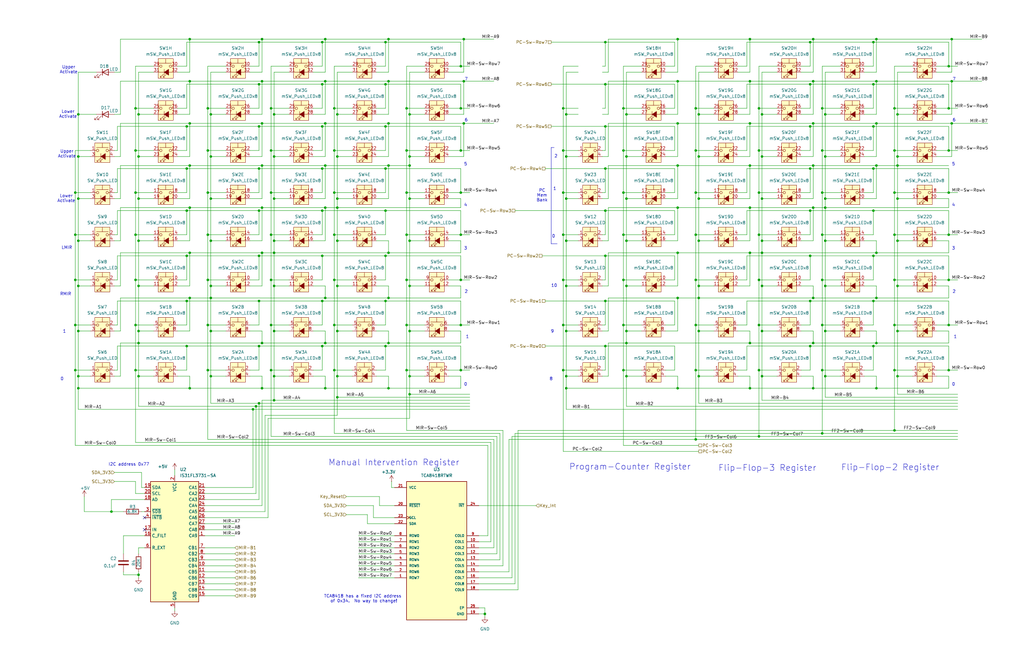
<source format=kicad_sch>
(kicad_sch (version 20231120) (generator "eeschema") (generator_version "8.0")
  (paper "B")
  (lib_symbols
    (symbol "Device:C" (pin_numbers hide) (pin_names (offset 0.254))
      (property "Reference" "C" (at 0.635 2.54 0))
      (property "Value" "C" (at 0.635 -2.54 0))
      (symbol "C_1_1"
        (pin passive line (at 0 3.81 270) (length 2.794) (name "~") (number "1"))
        (pin passive line (at 0 -3.81 90) (length 2.794) (name "~") (number "2"))
      )
    )
    (symbol "Device:LED" (pin_numbers hide) (pin_names (offset 1.016) hide)
      (property "Reference" "D" (at 0 2.54 0))
      (property "Value" "LED" (at 0 -2.54 0))
      (symbol "LED_1_1"
        (pin passive line (at -3.81 0 0) (length 2.54) (name "K") (number "1"))
        (pin passive line (at 3.81 0 180) (length 2.54) (name "A") (number "2"))
      )
    )
    (symbol "Device:R" (pin_numbers hide) (pin_names (offset 0))
      (property "Reference" "R" (at 2.032 0 90))
      (property "Value" "R" (at 0 0 90))
      (symbol "R_1_1"
        (pin passive line (at 0 3.81 270) (length 1.27) (name "~") (number "1"))
        (pin passive line (at 0 -3.81 90) (length 1.27) (name "~") (number "2"))
      )
    )
    (symbol "Driver_LED:IS31FL3731-SA"
      (property "Reference" "U" (at -10.16 26.035 0))
      (property "Value" "IS31FL3731-SA" (at 2.54 -26.035 0))
      (symbol "IS31FL3731-SA_1_1"
        (pin bidirectional line (at 12.7 2.54 180) (length 2.54) (name "CA9") (number "1"))
        (pin bidirectional line (at 12.7 -10.16 180) (length 2.54) (name "CB4") (number "10"))
        (pin bidirectional line (at 12.7 -12.7 180) (length 2.54) (name "CB5") (number "11"))
        (pin bidirectional line (at 12.7 -15.24 180) (length 2.54) (name "CB6") (number "12"))
        (pin bidirectional line (at 12.7 -17.78 180) (length 2.54) (name "CB7") (number "13"))
        (pin bidirectional line (at 12.7 -20.32 180) (length 2.54) (name "CB8") (number "14"))
        (pin bidirectional line (at 12.7 -22.86 180) (length 2.54) (name "CB9") (number "15"))
        (pin passive line (at -12.7 2.54 0) (length 2.54) (name "C_FILT") (number "16"))
        (pin input line (at -12.7 5.08 0) (length 2.54) (name "IN") (number "17"))
        (pin input line (at -12.7 17.78 0) (length 2.54) (name "AD") (number "18"))
        (pin bidirectional line (at -12.7 22.86 0) (length 2.54) (name "SDA") (number "19"))
        (pin power_in line (at 0 27.94 270) (length 2.54) (name "VCC") (number "2"))
        (pin input line (at -12.7 20.32 0) (length 2.54) (name "SCL") (number "20"))
        (pin bidirectional line (at 12.7 22.86 180) (length 2.54) (name "CA1") (number "21"))
        (pin bidirectional line (at 12.7 20.32 180) (length 2.54) (name "CA2") (number "22"))
        (pin bidirectional line (at 12.7 17.78 180) (length 2.54) (name "CA3") (number "23"))
        (pin bidirectional line (at 12.7 15.24 180) (length 2.54) (name "CA4") (number "24"))
        (pin bidirectional line (at 12.7 12.7 180) (length 2.54) (name "CA5") (number "25"))
        (pin bidirectional line (at 12.7 10.16 180) (length 2.54) (name "CA6") (number "26"))
        (pin bidirectional line (at 12.7 7.62 180) (length 2.54) (name "CA7") (number "27"))
        (pin bidirectional line (at 12.7 5.08 180) (length 2.54) (name "CA8") (number "28"))
        (pin input line (at -12.7 12.7 0) (length 2.54) (name "~{SDB}") (number "3"))
        (pin open_collector line (at -12.7 10.16 0) (length 2.54) (name "~{INTB}") (number "4"))
        (pin power_in line (at 0 -27.94 90) (length 2.54) (name "GND") (number "5"))
        (pin passive line (at -12.7 -2.54 0) (length 2.54) (name "R_EXT") (number "6"))
        (pin bidirectional line (at 12.7 -2.54 180) (length 2.54) (name "CB1") (number "7"))
        (pin bidirectional line (at 12.7 -5.08 180) (length 2.54) (name "CB2") (number "8"))
        (pin bidirectional line (at 12.7 -7.62 180) (length 2.54) (name "CB3") (number "9"))
      )
    )
    (symbol "Switch:SW_Push_LED" (pin_names (offset 1.016) hide)
      (property "Reference" "SW" (at 0 7.62 0))
      (property "Value" "SW_Push_LED" (at 0 -3.81 0))
      (symbol "SW_Push_LED_0_1"
        (pin passive line (at -5.08 2.54 0) (length 2.54) (name "1") (number "1"))
        (pin passive line (at 5.08 2.54 180) (length 2.54) (name "2") (number "2"))
        (pin passive line (at -5.08 0 0) (length 2.54) (name "K") (number "3"))
        (pin passive line (at 5.08 0 180) (length 2.54) (name "A") (number "4"))
      )
    )
    (symbol "mWW_Library:TCA8418RTWR" (pin_names (offset 1.016))
      (property "Reference" "U" (at -12.7 28.702 0))
      (property "Value" "TCA8418RTWR" (at -12.7 -31.242 0))
      (symbol "TCA8418RTWR_0_0"
        (pin bidirectional line (at -17.78 -12.7 0) (length 5.08) (name "ROW7") (number "1"))
        (pin bidirectional line (at 17.78 2.54 180) (length 5.08) (name "COL1") (number "10"))
        (pin bidirectional line (at 17.78 0 180) (length 5.08) (name "COL2") (number "11"))
        (pin bidirectional line (at 17.78 -2.54 180) (length 5.08) (name "COL3") (number "12"))
        (pin bidirectional line (at 17.78 -5.08 180) (length 5.08) (name "COL4") (number "13"))
        (pin bidirectional line (at 17.78 -7.62 180) (length 5.08) (name "COL5") (number "14"))
        (pin bidirectional line (at 17.78 -10.16 180) (length 5.08) (name "COL6") (number "15"))
        (pin bidirectional line (at 17.78 -12.7 180) (length 5.08) (name "COL7") (number "16"))
        (pin bidirectional line (at 17.78 -15.24 180) (length 5.08) (name "COL8") (number "17"))
        (pin bidirectional line (at 17.78 -17.78 180) (length 5.08) (name "COL9") (number "18"))
        (pin power_in line (at 17.78 -27.94 180) (length 5.08) (name "GND") (number "19"))
        (pin bidirectional line (at -17.78 -10.16 0) (length 5.08) (name "ROW6") (number "2"))
        (pin input line (at -17.78 17.78 0) (length 5.08) (name "~{RESET}") (number "20"))
        (pin power_in line (at -17.78 25.4 0) (length 5.08) (name "VCC") (number "21"))
        (pin bidirectional line (at -17.78 10.16 0) (length 5.08) (name "SDA") (number "22"))
        (pin input clock (at -17.78 12.7 0) (length 5.08) (name "SCL") (number "23"))
        (pin output line (at 17.78 17.78 180) (length 5.08) (name "~{INT}") (number "24"))
        (pin passive line (at 17.78 -25.4 180) (length 5.08) (name "EP") (number "25"))
        (pin bidirectional line (at -17.78 -7.62 0) (length 5.08) (name "ROW5") (number "3"))
        (pin bidirectional line (at -17.78 -5.08 0) (length 5.08) (name "ROW4") (number "4"))
        (pin bidirectional line (at -17.78 -2.54 0) (length 5.08) (name "ROW3") (number "5"))
        (pin bidirectional line (at -17.78 0 0) (length 5.08) (name "ROW2") (number "6"))
        (pin bidirectional line (at -17.78 2.54 0) (length 5.08) (name "ROW1") (number "7"))
        (pin bidirectional line (at -17.78 5.08 0) (length 5.08) (name "ROW0") (number "8"))
        (pin bidirectional line (at 17.78 5.08 180) (length 5.08) (name "COL0") (number "9"))
      )
    )
    (symbol "mWW_Library:mSW_Push_LEDx8" (pin_names (offset 0) hide)
      (property "Reference" "SW" (at 0 7.62 0))
      (property "Value" "mSW_Push_LEDx8" (at 0 -3.81 0))
      (symbol "mSW_Push_LEDx8_1_1"
        (pin passive line (at -5.08 2.54 0) (length 2.54) (name "SA") (number "1"))
        (pin passive line (at 5.08 2.54 180) (length 2.54) (name "SB") (number "2"))
        (pin passive line (at -5.08 0 0) (length 2.54) (name "K") (number "3"))
        (pin passive line (at 5.08 0 180) (length 2.54) (name "A") (number "4"))
      )
      (symbol "mSW_Push_LEDx8_2_1"
        (pin passive line (at -5.08 2.54 0) (length 2.54) (name "SA") (number "5"))
        (pin passive line (at 5.08 2.54 180) (length 2.54) (name "SB") (number "6"))
        (pin passive line (at -5.08 0 0) (length 2.54) (name "K") (number "7"))
        (pin passive line (at 5.08 0 180) (length 2.54) (name "A") (number "8"))
      )
      (symbol "mSW_Push_LEDx8_3_1"
        (pin passive line (at 5.08 2.54 180) (length 2.54) (name "SB") (number "10"))
        (pin passive line (at -5.08 0 0) (length 2.54) (name "K") (number "11"))
        (pin passive line (at 5.08 0 180) (length 2.54) (name "A") (number "12"))
        (pin passive line (at -5.08 2.54 0) (length 2.54) (name "SA") (number "9"))
      )
      (symbol "mSW_Push_LEDx8_4_1"
        (pin passive line (at -5.08 2.54 0) (length 2.54) (name "SA") (number "13"))
        (pin passive line (at 5.08 2.54 180) (length 2.54) (name "SB") (number "14"))
        (pin passive line (at -5.08 0 0) (length 2.54) (name "K") (number "15"))
        (pin passive line (at 5.08 0 180) (length 2.54) (name "A") (number "16"))
      )
      (symbol "mSW_Push_LEDx8_5_1"
        (pin passive line (at -5.08 2.54 0) (length 2.54) (name "SA") (number "17"))
        (pin passive line (at 5.08 2.54 180) (length 2.54) (name "SB") (number "18"))
        (pin passive line (at -5.08 0 0) (length 2.54) (name "K") (number "19"))
        (pin passive line (at 5.08 0 180) (length 2.54) (name "A") (number "20"))
      )
      (symbol "mSW_Push_LEDx8_6_1"
        (pin passive line (at -5.08 2.54 0) (length 2.54) (name "SA") (number "21"))
        (pin passive line (at 5.08 2.54 180) (length 2.54) (name "SB") (number "22"))
        (pin passive line (at -5.08 0 0) (length 2.54) (name "K") (number "23"))
        (pin passive line (at 5.08 0 180) (length 2.54) (name "A") (number "24"))
      )
      (symbol "mSW_Push_LEDx8_7_1"
        (pin passive line (at -5.08 2.54 0) (length 2.54) (name "SA") (number "25"))
        (pin passive line (at 5.08 2.54 180) (length 2.54) (name "SB") (number "26"))
        (pin passive line (at -5.08 0 0) (length 2.54) (name "K") (number "27"))
        (pin passive line (at 5.08 0 180) (length 2.54) (name "A") (number "28"))
      )
      (symbol "mSW_Push_LEDx8_8_1"
        (pin passive line (at -5.08 2.54 0) (length 2.54) (name "SA") (number "29"))
        (pin passive line (at 5.08 2.54 180) (length 2.54) (name "SB") (number "30"))
        (pin passive line (at -5.08 0 0) (length 2.54) (name "K") (number "31"))
        (pin passive line (at 5.08 0 180) (length 2.54) (name "A") (number "32"))
      )
    )
    (symbol "power:+3.3V" (power) (pin_numbers hide) (pin_names (offset 0) hide)
      (property "Value" "+3.3V" (at 0 3.556 0))
      (symbol "+3.3V_1_1"
        (pin power_in line (at 0 0 90) (length 0) (name "~") (number "1"))
      )
    )
    (symbol "power:+5V" (power) (pin_numbers hide) (pin_names (offset 0) hide)
      (property "Value" "+5V" (at 0 3.556 0))
      (symbol "+5V_1_1"
        (pin power_in line (at 0 0 90) (length 0) (name "~") (number "1"))
      )
    )
    (symbol "power:GND" (power) (pin_numbers hide) (pin_names (offset 0) hide)
      (property "Value" "GND" (at 0 -3.81 0))
      (symbol "GND_1_1"
        (pin power_in line (at 0 0 270) (length 0) (name "~") (number "1"))
      )
    )
  )
  (junction (at 262.89 81.28))
  (junction (at 378.46 120.65))
  (junction (at 285.75 87.63))
  (junction (at 115.57 168.91))
  (junction (at 33.02 101.6))
  (junction (at 140.97 137.16))
  (junction (at 293.37 185.42))
  (junction (at 115.57 139.7))
  (junction (at 78.74 146.05))
  (junction (at 137.16 52.07))
  (junction (at 378.46 101.6))
  (junction (at 341.63 17.78))
  (junction (at 321.31 66.04))
  (junction (at 109.22 146.05))
  (junction (at 294.64 120.65))
  (junction (at 135.89 127))
  (junction (at 33.02 163.83))
  (junction (at 107.95 171.45))
  (junction (at 115.57 48.26))
  (junction (at 109.22 53.34))
  (junction (at 378.46 139.7))
  (junction (at 262.89 118.11))
  (junction (at 346.71 156.21))
  (junction (at 137.16 16.51))
  (junction (at 369.57 69.85))
  (junction (at 255.27 17.78))
  (junction (at 58.42 242.57))
  (junction (at 140.97 99.06))
  (junction (at 163.83 69.85))
  (junction (at 194.31 63.5))
  (junction (at 238.76 48.26))
  (junction (at 110.49 144.78))
  (junction (at 194.31 137.16))
  (junction (at 294.64 158.75))
  (junction (at 285.75 106.68))
  (junction (at 88.9 120.65))
  (junction (at 31.75 99.06))
  (junction (at 58.42 139.7))
  (junction (at 142.24 158.75))
  (junction (at 135.89 53.34))
  (junction (at 237.49 118.11))
  (junction (at 115.57 120.65))
  (junction (at 109.22 170.18))
  (junction (at 238.76 83.82))
  (junction (at 342.9 125.73))
  (junction (at 171.45 81.28))
  (junction (at 140.97 118.11))
  (junction (at 255.27 71.12))
  (junction (at 285.75 16.51))
  (junction (at 342.9 52.07))
  (junction (at 321.31 83.82))
  (junction (at 285.75 69.85))
  (junction (at 109.22 127))
  (junction (at 87.63 118.11))
  (junction (at 316.23 144.78))
  (junction (at 114.3 45.72))
  (junction (at 316.23 106.68))
  (junction (at 88.9 48.26))
  (junction (at 115.57 66.04))
  (junction (at 400.05 137.16))
  (junction (at 401.32 52.07))
  (junction (at 264.16 158.75))
  (junction (at 195.58 52.07))
  (junction (at 162.56 17.78))
  (junction (at 137.16 163.83))
  (junction (at 78.74 53.34))
  (junction (at 137.16 125.73))
  (junction (at 114.3 99.06))
  (junction (at 377.19 99.06))
  (junction (at 172.72 166.37))
  (junction (at 110.49 163.83))
  (junction (at 115.57 101.6))
  (junction (at 194.31 156.21))
  (junction (at 368.3 35.56))
  (junction (at 58.42 158.75))
  (junction (at 347.98 139.7))
  (junction (at 163.83 125.73))
  (junction (at 135.89 88.9))
  (junction (at 57.15 81.28))
  (junction (at 88.9 66.04))
  (junction (at 162.56 35.56))
  (junction (at 237.49 81.28))
  (junction (at 294.64 48.26))
  (junction (at 87.63 137.16))
  (junction (at 110.49 16.51))
  (junction (at 400.05 27.94))
  (junction (at 377.19 118.11))
  (junction (at 58.42 120.65))
  (junction (at 194.31 27.94))
  (junction (at 255.27 127))
  (junction (at 87.63 63.5))
  (junction (at 320.04 45.72))
  (junction (at 293.37 81.28))
  (junction (at 341.63 127))
  (junction (at 238.76 101.6))
  (junction (at 78.74 127))
  (junction (at 80.01 34.29))
  (junction (at 78.74 88.9))
  (junction (at 400.05 45.72))
  (junction (at 142.24 83.82))
  (junction (at 109.22 17.78))
  (junction (at 33.02 120.65))
  (junction (at 346.71 118.11))
  (junction (at 172.72 101.6))
  (junction (at 347.98 120.65))
  (junction (at 195.58 34.29))
  (junction (at 255.27 35.56))
  (junction (at 58.42 144.78))
  (junction (at 347.98 87.63))
  (junction (at 172.72 120.65))
  (junction (at 109.22 35.56))
  (junction (at 293.37 156.21))
  (junction (at 264.16 48.26))
  (junction (at 57.15 156.21))
  (junction (at 137.16 144.78))
  (junction (at 377.19 63.5))
  (junction (at 368.3 127))
  (junction (at 264.16 83.82))
  (junction (at 342.9 163.83))
  (junction (at 377.19 45.72))
  (junction (at 255.27 107.95))
  (junction (at 347.98 48.26))
  (junction (at 171.45 45.72))
  (junction (at 342.9 144.78))
  (junction (at 400.05 81.28))
  (junction (at 140.97 156.21))
  (junction (at 80.01 52.07))
  (junction (at 171.45 63.5))
  (junction (at 293.37 99.06))
  (junction (at 342.9 69.85))
  (junction (at 347.98 83.82))
  (junction (at 140.97 63.5))
  (junction (at 162.56 53.34))
  (junction (at 163.83 144.78))
  (junction (at 142.24 48.26))
  (junction (at 285.75 34.29))
  (junction (at 316.23 163.83))
  (junction (at 142.24 167.64))
  (junction (at 401.32 34.29))
  (junction (at 401.32 16.51))
  (junction (at 255.27 88.9))
  (junction (at 293.37 118.11))
  (junction (at 162.56 88.9))
  (junction (at 142.24 120.65))
  (junction (at 33.02 66.04))
  (junction (at 115.57 106.68))
  (junction (at 172.72 48.26))
  (junction (at 87.63 156.21))
  (junction (at 369.57 125.73))
  (junction (at 135.89 35.56))
  (junction (at 285.75 52.07))
  (junction (at 369.57 16.51))
  (junction (at 368.3 107.95))
  (junction (at 238.76 158.75))
  (junction (at 293.37 45.72))
  (junction (at 237.49 63.5))
  (junction (at 46.99 215.9))
  (junction (at 88.9 139.7))
  (junction (at 320.04 137.16))
  (junction (at 285.75 163.83))
  (junction (at 294.64 66.04))
  (junction (at 58.42 83.82))
  (junction (at 321.31 101.6))
  (junction (at 142.24 101.6))
  (junction (at 31.75 156.21))
  (junction (at 294.64 139.7))
  (junction (at 110.49 106.68))
  (junction (at 33.02 83.82))
  (junction (at 255.27 146.05))
  (junction (at 109.22 107.95))
  (junction (at 285.75 125.73))
  (junction (at 114.3 156.21))
  (junction (at 368.3 146.05))
  (junction (at 137.16 34.29))
  (junction (at 320.04 184.15))
  (junction (at 320.04 99.06))
  (junction (at 204.47 259.08))
  (junction (at 114.3 118.11))
  (junction (at 58.42 66.04))
  (junction (at 163.83 52.07))
  (junction (at 163.83 34.29))
  (junction (at 262.89 45.72))
  (junction (at 293.37 137.16))
  (junction (at 163.83 106.68))
  (junction (at 238.76 120.65))
  (junction (at 135.89 71.12))
  (junction (at 88.9 83.82))
  (junction (at 163.83 16.51))
  (junction (at 109.22 88.9))
  (junction (at 140.97 81.28))
  (junction (at 114.3 137.16))
  (junction (at 264.16 144.78))
  (junction (at 57.15 45.72))
  (junction (at 57.15 99.06))
  (junction (at 346.71 99.06))
  (junction (at 114.3 81.28))
  (junction (at 57.15 118.11))
  (junction (at 109.22 71.12))
  (junction (at 33.02 158.75))
  (junction (at 135.89 17.78))
  (junction (at 80.01 87.63))
  (junction (at 33.02 48.26))
  (junction (at 238.76 163.83))
  (junction (at 378.46 83.82))
  (junction (at 78.74 107.95))
  (junction (at 172.72 83.82))
  (junction (at 342.9 16.51))
  (junction (at 80.01 106.68))
  (junction (at 115.57 83.82))
  (junction (at 114.3 63.5))
  (junction (at 237.49 99.06))
  (junction (at 346.71 45.72))
  (junction (at 106.68 172.72))
  (junction (at 137.16 87.63))
  (junction (at 369.57 52.07))
  (junction (at 342.9 34.29))
  (junction (at 378.46 66.04))
  (junction (at 347.98 66.04))
  (junction (at 58.42 101.6))
  (junction (at 320.04 63.5))
  (junction (at 255.27 53.34))
  (junction (at 264.16 101.6))
  (junction (at 321.31 48.26))
  (junction (at 195.58 16.51))
  (junction (at 378.46 69.85))
  (junction (at 400.05 63.5))
  (junction (at 87.63 99.06))
  (junction (at 194.31 118.11))
  (junction (at 171.45 156.21))
  (junction (at 237.49 45.72))
  (junction (at 88.9 101.6))
  (junction (at 140.97 45.72))
  (junction (at 238.76 139.7))
  (junction (at 400.05 99.06))
  (junction (at 346.71 137.16))
  (junction (at 377.19 137.16))
  (junction (at 172.72 158.75))
  (junction (at 142.24 139.7))
  (junction (at 163.83 163.83))
  (junction (at 316.23 16.51))
  (junction (at 31.75 118.11))
  (junction (at 321.31 120.65))
  (junction (at 369.57 144.78))
  (junction (at 369.57 34.29))
  (junction (at 172.72 69.85))
  (junction (at 31.75 137.16))
  (junction (at 377.19 81.28))
  (junction (at 162.56 127))
  (junction (at 172.72 66.04))
  (junction (at 110.49 34.29))
  (junction (at 294.64 125.73))
  (junction (at 110.49 69.85))
  (junction (at 137.16 69.85))
  (junction (at 135.89 107.95))
  (junction (at 316.23 87.63))
  (junction (at 194.31 81.28))
  (junction (at 110.49 87.63))
  (junction (at 88.9 125.73))
  (junction (at 316.23 52.07))
  (junction (at 171.45 99.06))
  (junction (at 342.9 87.63))
  (junction (at 321.31 139.7))
  (junction (at 264.16 120.65))
  (junction (at 316.23 69.85))
  (junction (at 377.19 156.21))
  (junction (at 57.15 137.16))
  (junction (at 88.9 158.75))
  (junction (at 378.46 158.75))
  (junction (at 294.64 101.6))
  (junction (at 115.57 158.75))
  (junction (at 347.98 101.6))
  (junction (at 262.89 156.21))
  (junction (at 346.71 63.5))
  (junction (at 341.63 53.34))
  (junction (at 57.15 63.5))
  (junction (at 321.31 158.75))
  (junction (at 377.19 181.61))
  (junction (at 194.31 45.72))
  (junction (at 262.89 99.06))
  (junction (at 80.01 69.85))
  (junction (at 262.89 63.5))
  (junction (at 110.49 52.07))
  (junction (at 320.04 156.21))
  (junction (at 264.16 139.7))
  (junction (at 368.3 88.9))
  (junction (at 294.64 83.82))
  (junction (at 162.56 146.05))
  (junction (at 368.3 71.12))
  (junction (at 341.63 107.95))
  (junction (at 368.3 17.78))
  (junction (at 80.01 163.83))
  (junction (at 369.57 163.83))
  (junction (at 341.63 71.12))
  (junction (at 293.37 63.5))
  (junction (at 33.02 139.7))
  (junction (at 171.45 118.11))
  (junction (at 368.3 53.34))
  (junction (at 262.89 137.16))
  (junction (at 78.74 71.12))
  (junction (at 400.05 118.11))
  (junction (at 80.01 125.73))
  (junction (at 264.16 66.04))
  (junction (at 171.45 137.16))
  (junction (at 378.46 48.26))
  (junction (at 162.56 71.12))
  (junction (at 162.56 107.95))
  (junction (at 341.63 146.05))
  (junction (at 87.63 81.28))
  (junction (at 238.76 66.04))
  (junction (at 135.89 146.05))
  (junction (at 341.63 88.9))
  (junction (at 321.31 106.68))
  (junction (at 172.72 139.7))
  (junction (at 31.75 81.28))
  (junction (at 194.31 99.06))
  (junction (at 400.05 156.21))
  (junction (at 369.57 106.68))
  (junction (at 87.63 45.72))
  (junction (at 237.49 156.21))
  (junction (at 58.42 48.26))
  (junction (at 320.04 118.11))
  (junction (at 347.98 158.75))
  (junction (at 341.63 35.56))
  (junction (at 320.04 81.28))
  (junction (at 237.49 137.16))
  (junction (at 346.71 182.88))
  (junction (at 346.71 81.28))
  (junction (at 80.01 16.51))
  (junction (at 142.24 87.63))
  (junction (at 316.23 34.29))
  (junction (at 142.24 66.04))
  (no_connect (at 60.96 223.52))
  (no_connect (at 60.96 218.44))
  (wire (pts (xy 262.89 187.96) (xy 294.64 187.96)))
  (wire (pts (xy 88.9 48.26) (xy 95.25 48.26)))
  (wire (pts (xy 337.82 101.6) (xy 342.9 101.6)))
  (wire (pts (xy 57.15 81.28) (xy 64.77 81.28)))
  (wire (pts (xy 58.42 83.82) (xy 58.42 101.6)))
  (wire (pts (xy 400.05 99.06) (xy 403.86 99.06)))
  (wire (pts (xy 158.75 66.04) (xy 163.83 66.04)))
  (wire (pts (xy 311.15 118.11) (xy 314.96 118.11)))
  (wire (pts (xy 105.41 158.75) (xy 110.49 158.75)))
  (wire (pts (xy 88.9 48.26) (xy 88.9 66.04)))
  (wire (pts (xy 162.56 71.12) (xy 194.31 71.12)))
  (wire (pts (xy 171.45 81.28) (xy 179.07 81.28)))
  (wire (pts (xy 57.15 45.72) (xy 57.15 63.5)))
  (wire (pts (xy 368.3 17.78) (xy 368.3 27.94)))
  (wire (pts (xy 256.54 69.85) (xy 285.75 69.85)))
  (wire (pts (xy 201.93 213.36) (xy 226.06 213.36)))
  (wire (pts (xy 50.8 16.51) (xy 50.8 30.48)))
  (wire (pts (xy 262.89 27.94) (xy 262.89 45.72)))
  (wire (pts (xy 78.74 71.12) (xy 109.22 71.12)))
  (wire (pts (xy 74.93 63.5) (xy 78.74 63.5)))
  (wire (pts (xy 238.76 163.83) (xy 238.76 158.75)))
  (wire (pts (xy 369.57 30.48) (xy 369.57 16.51)))
  (wire (pts (xy 314.96 81.28) (xy 314.96 71.12)))
  (wire (pts (xy 314.96 71.12) (xy 341.63 71.12)))
  (wire (pts (xy 311.15 99.06) (xy 314.96 99.06)))
  (wire (pts (xy 237.49 118.11) (xy 243.84 118.11)))
  (wire (pts (xy 137.16 16.51) (xy 163.83 16.51)))
  (wire (pts (xy 57.15 45.72) (xy 64.77 45.72)))
  (wire (pts (xy 142.24 139.7) (xy 148.59 139.7)))
  (wire (pts (xy 48.26 66.04) (xy 50.8 66.04)))
  (wire (pts (xy 110.49 158.75) (xy 110.49 163.83)))
  (wire (pts (xy 285.75 66.04) (xy 285.75 52.07)))
  (wire (pts (xy 369.57 106.68) (xy 400.05 106.68)))
  (wire (pts (xy 162.56 53.34) (xy 162.56 63.5)))
  (wire (pts (xy 171.45 156.21) (xy 171.45 181.61)))
  (wire (pts (xy 158.75 101.6) (xy 163.83 101.6)))
  (wire (pts (xy 172.72 101.6) (xy 172.72 120.65)))
  (wire (pts (xy 369.57 16.51) (xy 401.32 16.51)))
  (wire (pts (xy 88.9 158.75) (xy 95.25 158.75)))
  (wire (pts (xy 57.15 118.11) (xy 57.15 137.16)))
  (wire (pts (xy 135.89 137.16) (xy 135.89 127)))
  (wire (pts (xy 194.31 163.83) (xy 163.83 163.83)))
  (wire (pts (xy 342.9 16.51) (xy 369.57 16.51)))
  (wire (pts (xy 110.49 16.51) (xy 137.16 16.51)))
  (wire (pts (xy 369.57 66.04) (xy 369.57 52.07)))
  (wire (pts (xy 31.75 81.28) (xy 38.1 81.28)))
  (wire (pts (xy 280.67 120.65) (xy 285.75 120.65)))
  (wire (pts (xy 256.54 30.48) (xy 256.54 16.51)))
  (wire (pts (xy 172.72 120.65) (xy 179.07 120.65)))
  (wire (pts (xy 160.02 213.36) (xy 160.02 209.55)))
  (wire (pts (xy 232.41 53.34) (xy 255.27 53.34)))
  (wire (pts (xy 378.46 83.82) (xy 378.46 101.6)))
  (wire (pts (xy 142.24 30.48) (xy 142.24 48.26)))
  (wire (pts (xy 50.8 69.85) (xy 80.01 69.85)))
  (wire (pts (xy 337.82 156.21) (xy 341.63 156.21)))
  (wire (pts (xy 262.89 63.5) (xy 270.51 63.5)))
  (wire (pts (xy 364.49 66.04) (xy 369.57 66.04)))
  (wire (pts (xy 158.75 137.16) (xy 162.56 137.16)))
  (wire (pts (xy 59.69 215.9) (xy 60.96 215.9)))
  (wire (pts (xy 80.01 66.04) (xy 80.01 52.07)))
  (wire (pts (xy 293.37 45.72) (xy 293.37 63.5)))
  (wire (pts (xy 342.9 34.29) (xy 369.57 34.29)))
  (wire (pts (xy 105.41 81.28) (xy 109.22 81.28)))
  (wire (pts (xy 320.04 63.5) (xy 327.66 63.5)))
  (wire (pts (xy 135.89 127) (xy 162.56 127)))
  (wire (pts (xy 400.05 81.28) (xy 394.97 81.28)))
  (wire (pts (xy 194.31 120.65) (xy 189.23 120.65)))
  (wire (pts (xy 140.97 63.5) (xy 148.59 63.5)))
  (wire (pts (xy 110.49 87.63) (xy 137.16 87.63)))
  (wire (pts (xy 316.23 83.82) (xy 316.23 69.85)))
  (wire (pts (xy 254 45.72) (xy 255.27 45.72)))
  (wire (pts (xy 109.22 81.28) (xy 109.22 71.12)))
  (wire (pts (xy 162.56 146.05) (xy 194.31 146.05)))
  (wire (pts (xy 73.66 256.54) (xy 73.66 257.81)))
  (wire (pts (xy 194.31 125.73) (xy 194.31 120.65)))
  (wire (pts (xy 137.16 66.04) (xy 137.16 52.07)))
  (wire (pts (xy 105.41 118.11) (xy 109.22 118.11)))
  (wire (pts (xy 137.16 144.78) (xy 163.83 144.78)))
  (wire (pts (xy 237.49 27.94) (xy 237.49 45.72)))
  (wire (pts (xy 132.08 120.65) (xy 137.16 120.65)))
  (wire (pts (xy 378.46 158.75) (xy 384.81 158.75)))
  (wire (pts (xy 400.05 120.65) (xy 394.97 120.65)))
  (wire (pts (xy 378.46 139.7) (xy 384.81 139.7)))
  (wire (pts (xy 254 156.21) (xy 255.27 156.21)))
  (wire (pts (xy 58.42 242.57) (xy 58.42 243.84)))
  (wire (pts (xy 49.53 127) (xy 78.74 127)))
  (wire (pts (xy 78.74 53.34) (xy 109.22 53.34)))
  (wire (pts (xy 171.45 27.94) (xy 171.45 45.72)))
  (wire (pts (xy 109.22 210.82) (xy 109.22 170.18)))
  (wire (pts (xy 142.24 158.75) (xy 148.59 158.75)))
  (wire (pts (xy 115.57 101.6) (xy 121.92 101.6)))
  (wire (pts (xy 364.49 101.6) (xy 369.57 101.6)))
  (wire (pts (xy 378.46 66.04) (xy 384.81 66.04)))
  (wire (pts (xy 172.72 66.04) (xy 172.72 69.85)))
  (wire (pts (xy 293.37 185.42) (xy 403.86 185.42)))
  (wire (pts (xy 48.26 137.16) (xy 49.53 137.16)))
  (wire (pts (xy 238.76 120.65) (xy 243.84 120.65)))
  (wire (pts (xy 88.9 66.04) (xy 95.25 66.04)))
  (wire (pts (xy 57.15 27.94) (xy 57.15 45.72)))
  (wire (pts (xy 378.46 101.6) (xy 378.46 120.65)))
  (wire (pts (xy 114.3 156.21) (xy 114.3 184.15)))
  (wire (pts (xy 204.47 259.08) (xy 204.47 260.35)))
  (wire (pts (xy 157.48 218.44) (xy 166.37 218.44)))
  (wire (pts (xy 342.9 101.6) (xy 342.9 87.63)))
  (wire (pts (xy 217.17 88.9) (xy 255.27 88.9)))
  (wire (pts (xy 400.05 53.34) (xy 400.05 63.5)))
  (wire (pts (xy 378.46 48.26) (xy 384.81 48.26)))
  (wire (pts (xy 58.42 30.48) (xy 58.42 48.26)))
  (wire (pts (xy 64.77 27.94) (xy 57.15 27.94)))
  (wire (pts (xy 58.42 101.6) (xy 58.42 120.65)))
  (wire (pts (xy 400.05 63.5) (xy 403.86 63.5)))
  (wire (pts (xy 31.75 99.06) (xy 31.75 118.11)))
  (wire (pts (xy 400.05 156.21) (xy 394.97 156.21)))
  (wire (pts (xy 74.93 81.28) (xy 78.74 81.28)))
  (wire (pts (xy 88.9 158.75) (xy 88.9 170.18)))
  (wire (pts (xy 87.63 27.94) (xy 87.63 45.72)))
  (wire (pts (xy 171.45 181.61) (xy 212.09 181.61)))
  (wire (pts (xy 194.31 137.16) (xy 198.12 137.16)))
  (wire (pts (xy 320.04 156.21) (xy 320.04 184.15)))
  (wire (pts (xy 368.3 35.56) (xy 400.05 35.56)))
  (wire (pts (xy 110.49 83.82) (xy 110.49 69.85)))
  (wire (pts (xy 137.16 52.07) (xy 163.83 52.07)))
  (wire (pts (xy 293.37 99.06) (xy 293.37 118.11)))
  (wire (pts (xy 157.48 218.44) (xy 157.48 213.36)))
  (wire (pts (xy 342.9 66.04) (xy 342.9 52.07)))
  (wire (pts (xy 114.3 99.06) (xy 114.3 118.11)))
  (wire (pts (xy 57.15 99.06) (xy 64.77 99.06)))
  (wire (pts (xy 321.31 66.04) (xy 327.66 66.04)))
  (wire (pts (xy 284.48 45.72) (xy 284.48 35.56)))
  (wire (pts (xy 109.22 17.78) (xy 135.89 17.78)))
  (wire (pts (xy 110.49 106.68) (xy 115.57 106.68)))
  (wire (pts (xy 115.57 48.26) (xy 121.92 48.26)))
  (wire (pts (xy 294.64 125.73) (xy 294.64 139.7)))
  (wire (pts (xy 57.15 156.21) (xy 57.15 186.69)))
  (wire (pts (xy 189.23 48.26) (xy 195.58 48.26)))
  (wire (pts (xy 210.82 236.22) (xy 210.82 182.88)))
  (wire (pts (xy 321.31 120.65) (xy 327.66 120.65)))
  (wire (pts (xy 114.3 63.5) (xy 121.92 63.5)))
  (wire (pts (xy 114.3 99.06) (xy 121.92 99.06)))
  (wire (pts (xy 49.53 146.05) (xy 78.74 146.05)))
  (wire (pts (xy 384.81 30.48) (xy 378.46 30.48)))
  (wire (pts (xy 163.83 30.48) (xy 163.83 16.51)))
  (wire (pts (xy 86.36 246.38) (xy 99.06 246.38)))
  (wire (pts (xy 321.31 66.04) (xy 321.31 83.82)))
  (wire (pts (xy 347.98 83.82) (xy 354.33 83.82)))
  (wire (pts (xy 158.75 48.26) (xy 163.83 48.26)))
  (wire (pts (xy 58.42 139.7) (xy 58.42 144.78)))
  (wire (pts (xy 87.63 185.42) (xy 208.28 185.42)))
  (wire (pts (xy 171.45 118.11) (xy 171.45 137.16)))
  (wire (pts (xy 215.9 184.15) (xy 320.04 184.15)))
  (wire (pts (xy 194.31 156.21) (xy 189.23 156.21)))
  (wire (pts (xy 114.3 137.16) (xy 121.92 137.16)))
  (wire (pts (xy 255.27 146.05) (xy 284.48 146.05)))
  (wire (pts (xy 294.64 158.75) (xy 300.99 158.75)))
  (wire (pts (xy 364.49 45.72) (xy 368.3 45.72)))
  (wire (pts (xy 33.02 172.72) (xy 106.68 172.72)))
  (wire (pts (xy 58.42 144.78) (xy 58.42 158.75)))
  (wire (pts (xy 294.64 48.26) (xy 294.64 66.04)))
  (wire (pts (xy 87.63 81.28) (xy 95.25 81.28)))
  (wire (pts (xy 80.01 139.7) (xy 80.01 125.73)))
  (wire (pts (xy 341.63 27.94) (xy 341.63 17.78)))
  (wire (pts (xy 347.98 30.48) (xy 347.98 48.26)))
  (wire (pts (xy 88.9 170.18) (xy 109.22 170.18)))
  (wire (pts (xy 142.24 167.64) (xy 198.12 167.64)))
  (wire (pts (xy 162.56 146.05) (xy 162.56 156.21)))
  (wire (pts (xy 135.89 99.06) (xy 135.89 88.9)))
  (wire (pts (xy 172.72 139.7) (xy 172.72 158.75)))
  (wire (pts (xy 341.63 127) (xy 368.3 127)))
  (wire (pts (xy 132.08 156.21) (xy 135.89 156.21)))
  (wire (pts (xy 238.76 139.7) (xy 238.76 158.75)))
  (wire (pts (xy 146.05 209.55) (xy 160.02 209.55)))
  (wire (pts (xy 311.15 83.82) (xy 316.23 83.82)))
  (wire (pts (xy 166.37 205.74) (xy 165.1 205.74)))
  (wire (pts (xy 311.15 27.94) (xy 314.96 27.94)))
  (wire (pts (xy 52.07 226.06) (xy 60.96 226.06)))
  (wire (pts (xy 347.98 158.75) (xy 347.98 167.64)))
  (wire (pts (xy 294.64 101.6) (xy 294.64 120.65)))
  (wire (pts (xy 284.48 118.11) (xy 284.48 107.95)))
  (wire (pts (xy 88.9 101.6) (xy 95.25 101.6)))
  (wire (pts (xy 49.53 99.06) (xy 49.53 88.9)))
  (wire (pts (xy 86.36 251.46) (xy 99.06 251.46)))
  (wire (pts (xy 189.23 158.75) (xy 194.31 158.75)))
  (wire (pts (xy 163.83 16.51) (xy 195.58 16.51)))
  (wire (pts (xy 337.82 83.82) (xy 342.9 83.82)))
  (wire (pts (xy 78.74 63.5) (xy 78.74 53.34)))
  (wire (pts (xy 163.83 101.6) (xy 163.83 106.68)))
  (wire (pts (xy 369.57 163.83) (xy 342.9 163.83)))
  (wire (pts (xy 400.05 45.72) (xy 394.97 45.72)))
  (wire (pts (xy 50.8 120.65) (xy 50.8 106.68)))
  (wire (pts (xy 400.05 139.7) (xy 394.97 139.7)))
  (wire (pts (xy 49.53 118.11) (xy 49.53 107.95)))
  (wire (pts (xy 172.72 120.65) (xy 172.72 139.7)))
  (wire (pts (xy 256.54 101.6) (xy 256.54 87.63)))
  (wire (pts (xy 194.31 81.28) (xy 189.23 81.28)))
  (wire (pts (xy 368.3 88.9) (xy 368.3 99.06)))
  (wire (pts (xy 194.31 107.95) (xy 194.31 118.11)))
  (wire (pts (xy 114.3 63.5) (xy 114.3 81.28)))
  (wire (pts (xy 264.16 101.6) (xy 264.16 120.65)))
  (wire (pts (xy 172.72 158.75) (xy 179.07 158.75)))
  (wire (pts (xy 262.89 81.28) (xy 270.51 81.28)))
  (wire (pts (xy 201.93 259.08) (xy 204.47 259.08)))
  (wire (pts (xy 400.05 137.16) (xy 403.86 137.16)))
  (wire (pts (xy 201.93 248.92) (xy 218.44 248.92)))
  (wire (pts (xy 195.58 34.29) (xy 208.28 34.29)))
  (wire (pts (xy 46.99 215.9) (xy 52.07 215.9)))
  (wire (pts (xy 346.71 45.72) (xy 354.33 45.72)))
  (wire (pts (xy 342.9 139.7) (xy 342.9 144.78)))
  (wire (pts (xy 58.42 231.14) (xy 58.42 233.68)))
  (wire (pts (xy 58.42 144.78) (xy 110.49 144.78)))
  (wire (pts (xy 137.16 69.85) (xy 163.83 69.85)))
  (wire (pts (xy 337.82 30.48) (xy 342.9 30.48)))
  (wire (pts (xy 80.01 48.26) (xy 80.01 34.29)))
  (wire (pts (xy 300.99 30.48) (xy 294.64 30.48)))
  (wire (pts (xy 172.72 69.85) (xy 172.72 83.82)))
  (wire (pts (xy 264.16 83.82) (xy 264.16 101.6)))
  (wire (pts (xy 377.19 118.11) (xy 377.19 137.16)))
  (wire (pts (xy 280.67 30.48) (xy 285.75 30.48)))
  (wire (pts (xy 142.24 87.63) (xy 142.24 101.6)))
  (wire (pts (xy 31.75 156.21) (xy 31.75 187.96)))
  (wire (pts (xy 58.42 120.65) (xy 64.77 120.65)))
  (wire (pts (xy 347.98 66.04) (xy 354.33 66.04)))
  (wire (pts (xy 346.71 81.28) (xy 346.71 99.06)))
  (wire (pts (xy 341.63 45.72) (xy 341.63 35.56)))
  (wire (pts (xy 31.75 187.96) (xy 205.74 187.96)))
  (wire (pts (xy 201.93 241.3) (xy 214.63 241.3)))
  (wire (pts (xy 254 63.5) (xy 255.27 63.5)))
  (wire (pts (xy 320.04 81.28) (xy 327.66 81.28)))
  (wire (pts (xy 347.98 83.82) (xy 347.98 87.63)))
  (wire (pts (xy 194.31 118.11) (xy 198.12 118.11)))
  (wire (pts (xy 264.16 139.7) (xy 270.51 139.7)))
  (wire (pts (xy 321.31 106.68) (xy 321.31 120.65)))
  (wire (pts (xy 132.08 45.72) (xy 135.89 45.72)))
  (wire (pts (xy 33.02 139.7) (xy 38.1 139.7)))
  (wire (pts (xy 264.16 158.75) (xy 270.51 158.75)))
  (wire (pts (xy 179.07 30.48) (xy 172.72 30.48)))
  (wire (pts (xy 394.97 158.75) (xy 400.05 158.75)))
  (wire (pts (xy 140.97 45.72) (xy 148.59 45.72)))
  (wire (pts (xy 86.36 215.9) (xy 111.76 215.9)))
  (wire (pts (xy 121.92 27.94) (xy 114.3 27.94)))
  (wire (pts (xy 110.49 144.78) (xy 137.16 144.78)))
  (wire (pts (xy 57.15 81.28) (xy 57.15 99.06)))
  (wire (pts (xy 86.36 231.14) (xy 99.06 231.14)))
  (wire (pts (xy 87.63 156.21) (xy 95.25 156.21)))
  (wire (pts (xy 369.57 139.7) (xy 369.57 144.78)))
  (wire (pts (xy 140.97 81.28) (xy 148.59 81.28)))
  (wire (pts (xy 105.41 63.5) (xy 109.22 63.5)))
  (wire (pts (xy 294.64 66.04) (xy 294.64 83.82)))
  (wire (pts (xy 364.49 139.7) (xy 369.57 139.7)))
  (wire (pts (xy 311.15 120.65) (xy 316.23 120.65)))
  (wire (pts (xy 171.45 63.5) (xy 171.45 81.28)))
  (wire (pts (xy 194.31 99.06) (xy 189.23 99.06)))
  (wire (pts (xy 142.24 87.63) (xy 194.31 87.63)))
  (wire (pts (xy 346.71 118.11) (xy 346.71 137.16)))
  (wire (pts (xy 50.8 125.73) (xy 80.01 125.73)))
  (wire (pts (xy 109.22 107.95) (xy 135.89 107.95)))
  (wire (pts (xy 163.83 139.7) (xy 163.83 144.78)))
  (wire (pts (xy 87.63 63.5) (xy 95.25 63.5)))
  (wire (pts (xy 238.76 163.83) (xy 238.76 172.72)))
  (wire (pts (xy 52.07 226.06) (xy 52.07 233.68)))
  (wire (pts (xy 341.63 17.78) (xy 368.3 17.78)))
  (wire (pts (xy 140.97 27.94) (xy 140.97 45.72)))
  (wire (pts (xy 368.3 17.78) (xy 400.05 17.78)))
  (wire (pts (xy 151.13 241.3) (xy 166.37 241.3)))
  (wire (pts (xy 346.71 156.21) (xy 354.33 156.21)))
  (wire (pts (xy 254 101.6) (xy 256.54 101.6)))
  (wire (pts (xy 346.71 182.88) (xy 403.86 182.88)))
  (wire (pts (xy 377.19 45.72) (xy 384.81 45.72)))
  (wire (pts (xy 314.96 146.05) (xy 341.63 146.05)))
  (wire (pts (xy 311.15 158.75) (xy 316.23 158.75)))
  (wire (pts (xy 33.02 48.26) (xy 33.02 30.48)))
  (wire (pts (xy 135.89 88.9) (xy 162.56 88.9)))
  (wire (pts (xy 238.76 48.26) (xy 243.84 48.26)))
  (wire (pts (xy 214.63 185.42) (xy 293.37 185.42)))
  (wire (pts (xy 262.89 156.21) (xy 262.89 187.96)))
  (wire (pts (xy 238.76 83.82) (xy 243.84 83.82)))
  (wire (pts (xy 401.32 34.29) (xy 401.32 48.26)))
  (wire (pts (xy 33.02 163.83) (xy 33.02 172.72)))
  (wire (pts (xy 50.8 52.07) (xy 50.8 66.04)))
  (wire (pts (xy 48.26 203.2) (xy 57.15 203.2)))
  (wire (pts (xy 137.16 158.75) (xy 137.16 163.83)))
  (wire (pts (xy 111.76 175.26) (xy 142.24 175.26)))
  (wire (pts (xy 31.75 156.21) (xy 31.75 137.16)))
  (wire (pts (xy 105.41 48.26) (xy 110.49 48.26)))
  (wire (pts (xy 194.31 146.05) (xy 194.31 156.21)))
  (wire (pts (xy 57.15 99.06) (xy 57.15 118.11)))
  (wire (pts (xy 285.75 120.65) (xy 285.75 106.68)))
  (wire (pts (xy 80.01 30.48) (xy 80.01 16.51)))
  (wire (pts (xy 74.93 118.11) (xy 78.74 118.11)))
  (wire (pts (xy 255.27 17.78) (xy 284.48 17.78)))
  (wire (pts (xy 321.31 48.26) (xy 327.66 48.26)))
  (wire (pts (xy 74.93 137.16) (xy 78.74 137.16)))
  (wire (pts (xy 237.49 99.06) (xy 243.84 99.06)))
  (wire (pts (xy 264.16 83.82) (xy 270.51 83.82)))
  (wire (pts (xy 74.93 158.75) (xy 80.01 158.75)))
  (wire (pts (xy 105.41 27.94) (xy 109.22 27.94)))
  (wire (pts (xy 142.24 48.26) (xy 148.59 48.26)))
  (wire (pts (xy 293.37 63.5) (xy 300.99 63.5)))
  (wire (pts (xy 316.23 158.75) (xy 316.23 163.83)))
  (wire (pts (xy 33.02 120.65) (xy 38.1 120.65)))
  (wire (pts (xy 294.64 66.04) (xy 300.99 66.04)))
  (wire (pts (xy 337.82 137.16) (xy 341.63 137.16)))
  (wire (pts (xy 256.54 83.82) (xy 256.54 69.85)))
  (wire (pts (xy 137.16 139.7) (xy 137.16 144.78)))
  (wire (pts (xy 254 27.94) (xy 255.27 27.94)))
  (wire (pts (xy 212.09 238.76) (xy 212.09 181.61)))
  (wire (pts (xy 201.93 228.6) (xy 207.01 228.6)))
  (wire (pts (xy 321.31 158.75) (xy 327.66 158.75)))
  (wire (pts (xy 80.01 16.51) (xy 110.49 16.51)))
  (wire (pts (xy 285.75 69.85) (xy 316.23 69.85)))
  (wire (pts (xy 237.49 137.16) (xy 243.84 137.16)))
  (wire (pts (xy 337.82 45.72) (xy 341.63 45.72)))
  (wire (pts (xy 163.83 52.07) (xy 195.58 52.07)))
  (wire (pts (xy 87.63 81.28) (xy 87.63 99.06)))
  (wire (pts (xy 294.64 125.73) (xy 342.9 125.73)))
  (wire (pts (xy 280.67 63.5) (xy 284.48 63.5)))
  (wire (pts (xy 201.93 246.38) (xy 217.17 246.38)))
  (wire (pts (xy 238.76 158.75) (xy 243.84 158.75)))
  (wire (pts (xy 60.96 208.28) (xy 57.15 208.28)))
  (wire (pts (xy 256.54 48.26) (xy 256.54 34.29)))
  (wire (pts (xy 114.3 156.21) (xy 121.92 156.21)))
  (wire (pts (xy 162.56 35.56) (xy 162.56 45.72)))
  (wire (pts (xy 49.53 156.21) (xy 49.53 146.05)))
  (wire (pts (xy 369.57 125.73) (xy 400.05 125.73)))
  (wire (pts (xy 320.04 118.11) (xy 327.66 118.11)))
  (wire (pts (xy 33.02 139.7) (xy 33.02 158.75)))
  (wire (pts (xy 137.16 87.63) (xy 142.24 87.63)))
  (wire (pts (xy 109.22 170.18) (xy 198.12 170.18)))
  (wire (pts (xy 74.93 48.26) (xy 80.01 48.26)))
  (wire (pts (xy 74.93 101.6) (xy 80.01 101.6)))
  (wire (pts (xy 132.08 30.48) (xy 137.16 30.48)))
  (wire (pts (xy 195.58 16.51) (xy 208.28 16.51)))
  (wire (pts (xy 115.57 83.82) (xy 115.57 101.6)))
  (wire (pts (xy 88.9 101.6) (xy 88.9 120.65)))
  (wire (pts (xy 314.96 156.21) (xy 314.96 146.05)))
  (wire (pts (xy 341.63 35.56) (xy 368.3 35.56)))
  (wire (pts (xy 33.02 48.26) (xy 40.64 48.26)))
  (wire (pts (xy 284.48 81.28) (xy 284.48 71.12)))
  (wire (pts (xy 237.49 99.06) (xy 237.49 118.11)))
  (wire (pts (xy 337.82 139.7) (xy 342.9 139.7)))
  (wire (pts (xy 320.04 184.15) (xy 403.86 184.15)))
  (wire (pts (xy 347.98 101.6) (xy 354.33 101.6)))
  (wire (pts (xy 80.01 52.07) (xy 110.49 52.07)))
  (wire (pts (xy 218.44 181.61) (xy 377.19 181.61)))
  (wire (pts (xy 194.31 27.94) (xy 198.12 27.94)))
  (wire (pts (xy 256.54 52.07) (xy 285.75 52.07)))
  (wire (pts (xy 377.19 27.94) (xy 377.19 45.72)))
  (wire (pts (xy 255.27 156.21) (xy 255.27 146.05)))
  (wire (pts (xy 341.63 146.05) (xy 368.3 146.05)))
  (wire (pts (xy 311.15 137.16) (xy 314.96 137.16)))
  (wire (pts (xy 377.19 137.16) (xy 384.81 137.16)))
  (wire (pts (xy 172.72 48.26) (xy 172.72 66.04)))
  (wire (pts (xy 109.22 27.94) (xy 109.22 17.78)))
  (wire (pts (xy 33.02 83.82) (xy 33.02 101.6)))
  (wire (pts (xy 189.23 66.04) (xy 195.58 66.04)))
  (wire (pts (xy 142.24 66.04) (xy 142.24 83.82)))
  (wire (pts (xy 316.23 48.26) (xy 316.23 34.29)))
  (wire (pts (xy 368.3 53.34) (xy 400.05 53.34)))
  (wire (pts (xy 320.04 156.21) (xy 327.66 156.21)))
  (wire (pts (xy 194.31 101.6) (xy 189.23 101.6)))
  (wire (pts (xy 86.36 213.36) (xy 110.49 213.36)))
  (wire (pts (xy 132.08 63.5) (xy 135.89 63.5)))
  (wire (pts (xy 87.63 137.16) (xy 87.63 156.21)))
  (wire (pts (xy 38.1 156.21) (xy 31.75 156.21)))
  (wire (pts (xy 378.46 66.04) (xy 378.46 69.85)))
  (wire (pts (xy 137.16 125.73) (xy 163.83 125.73)))
  (wire (pts (xy 33.02 66.04) (xy 33.02 83.82)))
  (wire (pts (xy 115.57 158.75) (xy 121.92 158.75)))
  (wire (pts (xy 58.42 48.26) (xy 58.42 66.04)))
  (wire (pts (xy 293.37 27.94) (xy 293.37 45.72)))
  (wire (pts (xy 280.67 83.82) (xy 285.75 83.82)))
  (wire (pts (xy 74.93 156.21) (xy 78.74 156.21)))
  (wire (pts (xy 238.76 30.48) (xy 238.76 48.26)))
  (wire (pts (xy 58.42 171.45) (xy 107.95 171.45)))
  (wire (pts (xy 33.02 30.48) (xy 40.64 30.48)))
  (wire (pts (xy 311.15 48.26) (xy 316.23 48.26)))
  (wire (pts (xy 132.08 66.04) (xy 137.16 66.04)))
  (wire (pts (xy 293.37 156.21) (xy 300.99 156.21)))
  (wire (pts (xy 347.98 66.04) (xy 347.98 83.82)))
  (wire (pts (xy 86.36 236.22) (xy 99.06 236.22)))
  (wire (pts (xy 109.22 99.06) (xy 109.22 88.9)))
  (wire (pts (xy 368.3 71.12) (xy 400.05 71.12)))
  (wire (pts (xy 58.42 231.14) (xy 60.96 231.14)))
  (wire (pts (xy 140.97 156.21) (xy 140.97 182.88)))
  (wire (pts (xy 58.42 158.75) (xy 64.77 158.75)))
  (wire (pts (xy 337.82 158.75) (xy 342.9 158.75)))
  (wire (pts (xy 142.24 175.26) (xy 142.24 167.64)))
  (wire (pts (xy 293.37 99.06) (xy 300.99 99.06)))
  (wire (pts (xy 337.82 63.5) (xy 341.63 63.5)))
  (wire (pts (xy 172.72 30.48) (xy 172.72 48.26)))
  (wire (pts (xy 78.74 127) (xy 109.22 127)))
  (wire (pts (xy 285.75 16.51) (xy 316.23 16.51)))
  (wire (pts (xy 148.59 30.48) (xy 142.24 30.48)))
  (wire (pts (xy 87.63 156.21) (xy 87.63 185.42)))
  (wire (pts (xy 151.13 228.6) (xy 166.37 228.6)))
  (wire (pts (xy 378.46 69.85) (xy 378.46 83.82)))
  (wire (pts (xy 262.89 63.5) (xy 262.89 81.28)))
  (wire (pts (xy 280.67 101.6) (xy 285.75 101.6)))
  (wire (pts (xy 346.71 45.72) (xy 346.71 63.5)))
  (wire (pts (xy 378.46 48.26) (xy 378.46 66.04)))
  (wire (pts (xy 320.04 99.06) (xy 320.04 118.11)))
  (wire (pts (xy 237.49 118.11) (xy 237.49 137.16)))
  (wire (pts (xy 300.99 27.94) (xy 293.37 27.94)))
  (wire (pts (xy 86.36 241.3) (xy 99.06 241.3)))
  (wire (pts (xy 171.45 45.72) (xy 171.45 63.5)))
  (wire (pts (xy 314.96 127) (xy 341.63 127)))
  (wire (pts (xy 171.45 45.72) (xy 179.07 45.72)))
  (wire (pts (xy 135.89 156.21) (xy 135.89 146.05)))
  (wire (pts (xy 57.15 137.16) (xy 64.77 137.16)))
  (wire (pts (xy 80.01 106.68) (xy 110.49 106.68)))
  (wire (pts (xy 33.02 120.65) (xy 33.02 139.7)))
  (wire (pts (xy 148.59 27.94) (xy 140.97 27.94)))
  (wire (pts (xy 109.22 45.72) (xy 109.22 35.56)))
  (wire (pts (xy 73.66 200.66) (xy 73.66 198.12)))
  (wire (pts (xy 88.9 125.73) (xy 88.9 139.7)))
  (wire (pts (xy 50.8 139.7) (xy 50.8 125.73)))
  (wire (pts (xy 368.3 71.12) (xy 368.3 81.28)))
  (wire (pts (xy 115.57 158.75) (xy 115.57 168.91)))
  (wire (pts (xy 400.05 63.5) (xy 394.97 63.5)))
  (wire (pts (xy 194.31 106.68) (xy 194.31 101.6)))
  (wire (pts (xy 255.27 45.72) (xy 255.27 35.56)))
  (wire (pts (xy 314.96 107.95) (xy 341.63 107.95)))
  (wire (pts (xy 255.27 99.06) (xy 255.27 88.9)))
  (wire (pts (xy 364.49 48.26) (xy 369.57 48.26)))
  (wire (pts (xy 140.97 156.21) (xy 148.59 156.21)))
  (wire (pts (xy 132.08 118.11) (xy 135.89 118.11)))
  (wire (pts (xy 50.8 144.78) (xy 58.42 144.78)))
  (wire (pts (xy 48.26 120.65) (xy 50.8 120.65)))
  (wire (pts (xy 316.23 87.63) (xy 316.23 101.6)))
  (wire (pts (xy 285.75 48.26) (xy 285.75 34.29)))
  (wire (pts (xy 74.93 139.7) (xy 80.01 139.7)))
  (wire (pts (xy 369.57 101.6) (xy 369.57 106.68)))
  (wire (pts (xy 110.49 163.83) (xy 80.01 163.83)))
  (wire (pts (xy 151.13 236.22) (xy 166.37 236.22)))
  (wire (pts (xy 284.48 63.5) (xy 284.48 53.34)))
  (wire (pts (xy 314.96 118.11) (xy 314.96 107.95)))
  (wire (pts (xy 158.75 83.82) (xy 163.83 83.82)))
  (wire (pts (xy 115.57 106.68) (xy 115.57 120.65)))
  (wire (pts (xy 255.27 53.34) (xy 284.48 53.34)))
  (wire (pts (xy 158.75 120.65) (xy 163.83 120.65)))
  (wire (pts (xy 364.49 118.11) (xy 368.3 118.11)))
  (wire (pts (xy 293.37 137.16) (xy 293.37 156.21)))
  (wire (pts (xy 255.27 81.28) (xy 255.27 71.12)))
  (wire (pts (xy 158.75 139.7) (xy 163.83 139.7)))
  (wire (pts (xy 314.96 35.56) (xy 341.63 35.56)))
  (wire (pts (xy 162.56 88.9) (xy 194.31 88.9)))
  (wire (pts (xy 321.31 168.91) (xy 403.86 168.91)))
  (wire (pts (xy 354.33 30.48) (xy 347.98 30.48)))
  (wire (pts (xy 342.9 87.63) (xy 347.98 87.63)))
  (wire (pts (xy 384.81 27.94) (xy 377.19 27.94)))
  (wire (pts (xy 110.49 34.29) (xy 137.16 34.29)))
  (wire (pts (xy 364.49 30.48) (xy 369.57 30.48)))
  (wire (pts (xy 369.57 158.75) (xy 369.57 163.83)))
  (wire (pts (xy 314.96 27.94) (xy 314.96 17.78)))
  (wire (pts (xy 254 83.82) (xy 256.54 83.82)))
  (wire (pts (xy 254 66.04) (xy 256.54 66.04)))
  (wire (pts (xy 132.08 137.16) (xy 135.89 137.16)))
  (wire (pts (xy 377.19 81.28) (xy 377.19 99.06)))
  (wire (pts (xy 110.49 30.48) (xy 110.49 16.51)))
  (wire (pts (xy 346.71 27.94) (xy 346.71 45.72)))
  (wire (pts (xy 368.3 127) (xy 400.05 127)))
  (wire (pts (xy 314.96 53.34) (xy 341.63 53.34)))
  (wire (pts (xy 110.49 139.7) (xy 110.49 144.78)))
  (wire (pts (xy 48.26 199.39) (xy 59.69 199.39)))
  (wire (pts (xy 115.57 139.7) (xy 115.57 158.75)))
  (wire (pts (xy 262.89 81.28) (xy 262.89 99.06)))
  (wire (pts (xy 166.37 213.36) (xy 160.02 213.36)))
  (wire (pts (xy 50.8 83.82) (xy 50.8 69.85)))
  (wire (pts (xy 320.04 81.28) (xy 320.04 99.06)))
  (wire (pts (xy 110.49 52.07) (xy 137.16 52.07)))
  (wire (pts (xy 327.66 30.48) (xy 321.31 30.48)))
  (wire (pts (xy 342.9 125.73) (xy 369.57 125.73)))
  (wire (pts (xy 368.3 53.34) (xy 368.3 63.5)))
  (wire (pts (xy 311.15 45.72) (xy 314.96 45.72)))
  (wire (pts (xy 114.3 45.72) (xy 114.3 63.5)))
  (wire (pts (xy 346.71 137.16) (xy 346.71 156.21)))
  (wire (pts (xy 255.27 63.5) (xy 255.27 53.34)))
  (wire (pts (xy 400.05 146.05) (xy 400.05 156.21)))
  (wire (pts (xy 194.31 137.16) (xy 189.23 137.16)))
  (wire (pts (xy 52.07 242.57) (xy 58.42 242.57)))
  (wire (pts (xy 264.16 158.75) (xy 264.16 171.45)))
  (wire (pts (xy 172.72 66.04) (xy 179.07 66.04)))
  (wire (pts (xy 285.75 69.85) (xy 285.75 83.82)))
  (wire (pts (xy 401.32 16.51) (xy 414.02 16.51)))
  (wire (pts (xy 57.15 63.5) (xy 57.15 81.28)))
  (wire (pts (xy 194.31 53.34) (xy 194.31 63.5)))
  (wire (pts (xy 48.26 99.06) (xy 49.53 99.06)))
  (wire (pts (xy 238.76 120.65) (xy 238.76 139.7)))
  (wire (pts (xy 88.9 125.73) (xy 137.16 125.73)))
  (wire (pts (xy 320.04 137.16) (xy 320.04 156.21)))
  (wire (pts (xy 264.16 144.78) (xy 316.23 144.78)))
  (wire (pts (xy 31.75 99.06) (xy 38.1 99.06)))
  (wire (pts (xy 162.56 35.56) (xy 194.31 35.56)))
  (wire (pts (xy 137.16 30.48) (xy 137.16 16.51)))
  (wire (pts (xy 163.83 34.29) (xy 195.58 34.29)))
  (wire (pts (xy 31.75 118.11) (xy 31.75 137.16)))
  (wire (pts (xy 78.74 107.95) (xy 109.22 107.95)))
  (wire (pts (xy 132.08 139.7) (xy 137.16 139.7)))
  (wire (pts (xy 293.37 118.11) (xy 293.37 137.16)))
  (wire (pts (xy 209.55 233.68) (xy 209.55 184.15)))
  (wire (pts (xy 337.82 81.28) (xy 341.63 81.28)))
  (wire (pts (xy 109.22 118.11) (xy 109.22 107.95)))
  (wire (pts (xy 50.8 101.6) (xy 50.8 87.63)))
  (wire (pts (xy 86.36 210.82) (xy 109.22 210.82)))
  (wire (pts (xy 33.02 158.75) (xy 38.1 158.75)))
  (wire (pts (xy 238.76 83.82) (xy 238.76 101.6)))
  (wire (pts (xy 364.49 99.06) (xy 368.3 99.06)))
  (wire (pts (xy 114.3 137.16) (xy 114.3 156.21)))
  (wire (pts (xy 111.76 215.9) (xy 111.76 175.26)))
  (wire (pts (xy 110.49 213.36) (xy 110.49 168.91)))
  (wire (pts (xy 400.05 127) (xy 400.05 137.16)))
  (wire (pts (xy 214.63 241.3) (xy 214.63 185.42)))
  (wire (pts (xy 256.54 144.78) (xy 264.16 144.78)))
  (wire (pts (xy 337.82 48.26) (xy 342.9 48.26)))
  (wire (pts (xy 342.9 144.78) (xy 369.57 144.78)))
  (wire (pts (xy 262.89 99.06) (xy 262.89 118.11)))
  (wire (pts (xy 243.84 30.48) (xy 238.76 30.48)))
  (wire (pts (xy 74.93 120.65) (xy 80.01 120.65)))
  (wire (pts (xy 195.58 52.07) (xy 208.28 52.07)))
  (wire (pts (xy 110.49 87.63) (xy 110.49 101.6)))
  (wire (pts (xy 151.13 243.84) (xy 166.37 243.84)))
  (wire (pts (xy 49.53 88.9) (xy 78.74 88.9)))
  (wire (pts (xy 57.15 118.11) (xy 64.77 118.11)))
  (wire (pts (xy 87.63 63.5) (xy 87.63 81.28)))
  (wire (pts (xy 321.31 48.26) (xy 321.31 66.04)))
  (wire (pts (xy 194.31 45.72) (xy 198.12 45.72)))
  (wire (pts (xy 321.31 139.7) (xy 327.66 139.7)))
  (wire (pts (xy 158.75 156.21) (xy 162.56 156.21)))
  (wire (pts (xy 314.96 45.72) (xy 314.96 35.56)))
  (wire (pts (xy 377.19 156.21) (xy 377.19 181.61)))
  (wire (pts (xy 401.32 16.51) (xy 401.32 30.48)))
  (wire (pts (xy 48.26 101.6) (xy 50.8 101.6)))
  (wire (pts (xy 114.3 118.11) (xy 121.92 118.11)))
  (wire (pts (xy 151.13 231.14) (xy 166.37 231.14)))
  (wire (pts (xy 237.49 156.21) (xy 237.49 137.16)))
  (wire (pts (xy 314.96 99.06) (xy 314.96 88.9)))
  (wire (pts (xy 346.71 63.5) (xy 346.71 81.28)))
  (wire (pts (xy 50.8 106.68) (xy 80.01 106.68)))
  (wire (pts (xy 394.97 48.26) (xy 401.32 48.26)))
  (wire (pts (xy 256.54 16.51) (xy 285.75 16.51)))
  (wire (pts (xy 341.63 81.28) (xy 341.63 71.12)))
  (wire (pts (xy 162.56 17.78) (xy 162.56 27.94)))
  (wire (pts (xy 347.98 120.65) (xy 354.33 120.65)))
  (wire (pts (xy 377.19 81.28) (xy 384.81 81.28)))
  (wire (pts (xy 88.9 83.82) (xy 95.25 83.82)))
  (wire (pts (xy 135.89 27.94) (xy 135.89 17.78)))
  (wire (pts (xy 378.46 30.48) (xy 378.46 48.26)))
  (wire (pts (xy 105.41 30.48) (xy 110.49 30.48)))
  (wire (pts (xy 364.49 120.65) (xy 369.57 120.65)))
  (wire (pts (xy 74.93 66.04) (xy 80.01 66.04)))
  (wire (pts (xy 31.75 118.11) (xy 38.1 118.11)))
  (wire (pts (xy 321.31 120.65) (xy 321.31 139.7)))
  (wire (pts (xy 135.89 81.28) (xy 135.89 71.12)))
  (wire (pts (xy 88.9 30.48) (xy 88.9 48.26)))
  (wire (pts (xy 201.93 236.22) (xy 210.82 236.22)))
  (wire (pts (xy 78.74 99.06) (xy 78.74 88.9)))
  (wire (pts (xy 293.37 81.28) (xy 293.37 99.06)))
  (wire (pts (xy 342.9 48.26) (xy 342.9 34.29)))
  (wire (pts (xy 311.15 101.6) (xy 316.23 101.6)))
  (wire (pts (xy 280.67 81.28) (xy 284.48 81.28)))
  (wire (pts (xy 346.71 156.21) (xy 346.71 182.88)))
  (wire (pts (xy 137.16 120.65) (xy 137.16 125.73)))
  (wire (pts (xy 87.63 118.11) (xy 95.25 118.11)))
  (wire (pts (xy 255.27 35.56) (xy 284.48 35.56)))
  (wire (pts (xy 377.19 156.21) (xy 384.81 156.21)))
  (wire (pts (xy 105.41 120.65) (xy 110.49 120.65)))
  (wire (pts (xy 347.98 101.6) (xy 347.98 120.65)))
  (wire (pts (xy 86.36 220.98) (xy 99.06 220.98)))
  (wire (pts (xy 58.42 83.82) (xy 64.77 83.82)))
  (wire (pts (xy 378.46 139.7) (xy 378.46 158.75)))
  (wire (pts (xy 74.93 45.72) (xy 78.74 45.72)))
  (wire (pts (xy 114.3 27.94) (xy 114.3 45.72)))
  (wire (pts (xy 189.23 30.48) (xy 195.58 30.48)))
  (wire (pts (xy 243.84 27.94) (xy 237.49 27.94)))
  (wire (pts (xy 88.9 120.65) (xy 95.25 120.65)))
  (wire (pts (xy 194.31 27.94) (xy 189.23 27.94)))
  (wire (pts (xy 341.63 63.5) (xy 341.63 53.34)))
  (wire (pts (xy 364.49 81.28) (xy 368.3 81.28)))
  (wire (pts (xy 115.57 101.6) (xy 115.57 106.68)))
  (wire (pts (xy 78.74 81.28) (xy 78.74 71.12)))
  (wire (pts (xy 377.19 118.11) (xy 384.81 118.11)))
  (wire (pts (xy 105.41 45.72) (xy 109.22 45.72)))
  (wire (pts (xy 172.72 176.53) (xy 172.72 166.37)))
  (wire (pts (xy 293.37 81.28) (xy 300.99 81.28)))
  (wire (pts (xy 311.15 81.28) (xy 314.96 81.28)))
  (wire (pts (xy 337.82 118.11) (xy 341.63 118.11)))
  (wire (pts (xy 311.15 156.21) (xy 314.96 156.21)))
  (wire (pts (xy 254 118.11) (xy 255.27 118.11)))
  (wire (pts (xy 255.27 71.12) (xy 284.48 71.12)))
  (wire (pts (xy 378.46 158.75) (xy 378.46 166.37)))
  (wire (pts (xy 280.67 137.16) (xy 284.48 137.16)))
  (wire (pts (xy 346.71 118.11) (xy 354.33 118.11)))
  (wire (pts (xy 284.48 99.06) (xy 284.48 88.9)))
  (wire (pts (xy 218.44 248.92) (xy 218.44 181.61)))
  (wire (pts (xy 49.53 137.16) (xy 49.53 127)))
  (wire (pts (xy 232.41 35.56) (xy 255.27 35.56)))
  (wire (pts (xy 378.46 120.65) (xy 378.46 139.7)))
  (wire (pts (xy 135.89 107.95) (xy 162.56 107.95)))
  (wire (pts (xy 316.23 34.29) (xy 342.9 34.29)))
  (wire (pts (xy 105.41 66.04) (xy 110.49 66.04)))
  (wire (pts (xy 114.3 81.28) (xy 114.3 99.06)))
  (wire (pts (xy 327.66 27.94) (xy 320.04 27.94)))
  (wire (pts (xy 285.75 139.7) (xy 285.75 125.73)))
  (wire (pts (xy 229.87 71.12) (xy 255.27 71.12)))
  (wire (pts (xy 135.89 63.5) (xy 135.89 53.34)))
  (wire (pts (xy 109.22 35.56) (xy 135.89 35.56)))
  (wire (pts (xy 264.16 101.6) (xy 270.51 101.6)))
  (wire (pts (xy 194.31 71.12) (xy 194.31 81.28)))
  (wire (pts (xy 194.31 63.5) (xy 189.23 63.5)))
  (wire (pts (xy 49.53 107.95) (xy 78.74 107.95)))
  (wire (pts (xy 311.15 66.04) (xy 316.23 66.04)))
  (wire (pts (xy 320.04 137.16) (xy 327.66 137.16)))
  (wire (pts (xy 254 120.65) (xy 256.54 120.65)))
  (wire (pts (xy 87.63 137.16) (xy 95.25 137.16)))
  (wire (pts (xy 341.63 71.12) (xy 368.3 71.12)))
  (wire (pts (xy 142.24 101.6) (xy 142.24 120.65)))
  (wire (pts (xy 140.97 118.11) (xy 148.59 118.11)))
  (wire (pts (xy 194.31 127) (xy 194.31 137.16)))
  (wire (pts (xy 320.04 63.5) (xy 320.04 81.28)))
  (wire (pts (xy 194.31 118.11) (xy 189.23 118.11)))
  (wire (pts (xy 171.45 118.11) (xy 179.07 118.11)))
  (wire (pts (xy 264.16 48.26) (xy 270.51 48.26)))
  (wire (pts (xy 142.24 83.82) (xy 148.59 83.82)))
  (wire (pts (xy 364.49 137.16) (xy 368.3 137.16)))
  (wire (pts (xy 368.3 146.05) (xy 400.05 146.05)))
  (wire (pts (xy 80.01 16.51) (xy 50.8 16.51)))
  (wire (pts (xy 368.3 107.95) (xy 368.3 118.11)))
  (wire (pts (xy 95.25 30.48) (xy 88.9 30.48)))
  (wire (pts (xy 132.08 99.06) (xy 135.89 99.06)))
  (wire (pts (xy 58.42 139.7) (xy 64.77 139.7)))
  (wire (pts (xy 60.96 210.82) (xy 46.99 210.82)))
  (wire (pts (xy 238.76 139.7) (xy 243.84 139.7)))
  (wire (pts (xy 377.19 99.06) (xy 377.19 118.11)))
  (wire (pts (xy 107.95 171.45) (xy 198.12 171.45)))
  (wire (pts (xy 194.31 139.7) (xy 189.23 139.7)))
  (wire (pts (xy 31.75 63.5) (xy 38.1 63.5)))
  (wire (pts (xy 110.49 48.26) (xy 110.49 34.29)))
  (wire (pts (xy 171.45 63.5) (xy 179.07 63.5)))
  (wire (pts (xy 316.23 87.63) (xy 342.9 87.63)))
  (wire (pts (xy 314.96 63.5) (xy 314.96 53.34)))
  (wire (pts (xy 293.37 63.5) (xy 293.37 81.28)))
  (wire (pts (xy 280.67 99.06) (xy 284.48 99.06)))
  (wire (pts (xy 172.72 101.6) (xy 179.07 101.6)))
  (wire (pts (xy 137.16 48.26) (xy 137.16 34.29)))
  (wire (pts (xy 400.05 83.82) (xy 394.97 83.82)))
  (wire (pts (xy 33.02 101.6) (xy 38.1 101.6)))
  (wire (pts (xy 285.75 125.73) (xy 294.64 125.73)))
  (wire (pts (xy 394.97 66.04) (xy 401.32 66.04)))
  (wire (pts (xy 137.16 34.29) (xy 163.83 34.29)))
  (wire (pts (xy 264.16 171.45) (xy 403.86 171.45)))
  (wire (pts (xy 201.93 226.06) (xy 205.74 226.06)))
  (wire (pts (xy 194.31 156.21) (xy 198.12 156.21)))
  (wire (pts (xy 280.67 156.21) (xy 284.48 156.21)))
  (wire (pts (xy 401.32 52.07) (xy 416.56 52.07)))
  (wire (pts (xy 132.08 48.26) (xy 137.16 48.26)))
  (wire (pts (xy 368.3 127) (xy 368.3 137.16)))
  (wire (pts (xy 88.9 83.82) (xy 88.9 101.6)))
  (wire (pts (xy 400.05 163.83) (xy 369.57 163.83)))
  (wire (pts (xy 314.96 17.78) (xy 341.63 17.78)))
  (wire (pts (xy 262.89 45.72) (xy 262.89 63.5)))
  (wire (pts (xy 201.93 238.76) (xy 212.09 238.76)))
  (wire (pts (xy 364.49 83.82) (xy 369.57 83.82)))
  (wire (pts (xy 88.9 139.7) (xy 95.25 139.7)))
  (wire (pts (xy 151.13 238.76) (xy 166.37 238.76)))
  (wire (pts (xy 204.47 256.54) (xy 204.47 259.08)))
  (wire (pts (xy 342.9 30.48) (xy 342.9 16.51)))
  (wire (pts (xy 255.27 118.11) (xy 255.27 107.95)))
  (wire (pts (xy 255.27 88.9) (xy 284.48 88.9)))
  (wire (pts (xy 86.36 205.74) (xy 106.68 205.74)))
  (wire (pts (xy 232.41 17.78) (xy 255.27 17.78)))
  (wire (pts (xy 194.31 35.56) (xy 194.31 45.72)))
  (wire (pts (xy 400.05 27.94) (xy 394.97 27.94)))
  (wire (pts (xy 320.04 99.06) (xy 327.66 99.06)))
  (wire (pts (xy 342.9 52.07) (xy 369.57 52.07)))
  (wire (pts (xy 316.23 30.48) (xy 316.23 16.51)))
  (wire (pts (xy 137.16 101.6) (xy 137.16 87.63)))
  (wire (pts (xy 285.75 106.68) (xy 316.23 106.68)))
  (wire (pts (xy 285.75 163.83) (xy 238.76 163.83)))
  (wire (pts (xy 364.49 27.94) (xy 368.3 27.94)))
  (wire (pts (xy 377.19 181.61) (xy 403.86 181.61)))
  (wire (pts (xy 238.76 101.6) (xy 243.84 101.6)))
  (wire (pts (xy 369.57 69.85) (xy 378.46 69.85)))
  (wire (pts (xy 293.37 156.21) (xy 293.37 185.42)))
  (wire (pts (xy 74.93 30.48) (xy 80.01 30.48)))
  (wire (pts (xy 368.3 107.95) (xy 400.05 107.95)))
  (wire (pts (xy 86.36 218.44) (xy 113.03 218.44)))
  (wire (pts (xy 217.17 182.88) (xy 346.71 182.88)))
  (wire (pts (xy 194.31 87.63) (xy 194.31 83.82)))
  (wire (pts (xy 237.49 63.5) (xy 243.84 63.5)))
  (wire (pts (xy 140.97 137.16) (xy 148.59 137.16)))
  (wire (pts (xy 369.57 52.07) (xy 401.32 52.07)))
  (wire (pts (xy 78.74 35.56) (xy 109.22 35.56)))
  (wire (pts (xy 105.41 83.82) (xy 110.49 83.82)))
  (wire (pts (xy 142.24 120.65) (xy 142.24 139.7)))
  (wire (pts (xy 316.23 144.78) (xy 342.9 144.78)))
  (wire (pts (xy 320.04 27.94) (xy 320.04 45.72)))
  (wire (pts (xy 163.83 48.26) (xy 163.83 34.29)))
  (wire (pts (xy 237.49 45.72) (xy 237.49 63.5)))
  (wire (pts (xy 132.08 158.75) (xy 137.16 158.75)))
  (wire (pts (xy 154.94 220.98) (xy 166.37 220.98)))
  (wire (pts (xy 342.9 158.75) (xy 342.9 163.83)))
  (wire (pts (xy 105.41 137.16) (xy 109.22 137.16)))
  (wire (pts (xy 59.69 205.74) (xy 59.69 199.39)))
  (wire (pts (xy 316.23 106.68) (xy 321.31 106.68)))
  (wire (pts (xy 262.89 137.16) (xy 262.89 156.21)))
  (wire (pts (xy 256.54 125.73) (xy 285.75 125.73)))
  (wire (pts (xy 48.26 63.5) (xy 49.53 63.5)))
  (wire (pts (xy 109.22 137.16) (xy 109.22 127)))
  (wire (pts (xy 58.42 48.26) (xy 64.77 48.26)))
  (wire (pts (xy 172.72 166.37) (xy 198.12 166.37)))
  (wire (pts (xy 341.63 107.95) (xy 368.3 107.95)))
  (wire (pts (xy 140.97 99.06) (xy 140.97 118.11)))
  (wire (pts (xy 264.16 66.04) (xy 264.16 83.82)))
  (wire (pts (xy 347.98 158.75) (xy 354.33 158.75)))
  (wire (pts (xy 137.16 163.83) (xy 110.49 163.83)))
  (wire (pts (xy 347.98 120.65) (xy 347.98 139.7)))
  (wire (pts (xy 33.02 101.6) (xy 33.02 120.65)))
  (wire (pts (xy 49.53 53.34) (xy 78.74 53.34)))
  (wire (pts (xy 135.89 71.12) (xy 162.56 71.12)))
  (wire (pts (xy 280.67 118.11) (xy 284.48 118.11)))
  (wire (pts (xy 400.05 107.95) (xy 400.05 118.11)))
  (wire (pts (xy 115.57 168.91) (xy 198.12 168.91)))
  (wire (pts (xy 316.23 139.7) (xy 316.23 144.78)))
  (wire (pts (xy 172.72 158.75) (xy 172.72 166.37)))
  (wire (pts (xy 142.24 139.7) (xy 142.24 158.75)))
  (wire (pts (xy 400.05 45.72) (xy 403.86 45.72)))
  (wire (pts (xy 110.49 106.68) (xy 110.49 120.65)))
  (wire (pts (xy 154.94 220.98) (xy 154.94 217.17)))
  (wire (pts (xy 369.57 83.82) (xy 369.57 69.85)))
  (wire (pts (xy 314.96 137.16) (xy 314.96 127)))
  (wire (pts (xy 105.41 101.6) (xy 110.49 101.6)))
  (wire (pts (xy 401.32 34.29) (xy 414.02 34.29)))
  (wire (pts (xy 321.31 30.48) (xy 321.31 48.26)))
  (wire (pts (xy 78.74 146.05) (xy 109.22 146.05)))
  (wire (pts (xy 369.57 48.26) (xy 369.57 34.29)))
  (wire (pts (xy 342.9 69.85) (xy 369.57 69.85)))
  (wire (pts (xy 86.36 233.68) (xy 99.06 233.68)))
  (wire (pts (xy 58.42 66.04) (xy 64.77 66.04)))
  (wire (pts (xy 341.63 156.21) (xy 341.63 146.05)))
  (wire (pts (xy 254 81.28) (xy 255.27 81.28)))
  (wire (pts (xy 163.83 106.68) (xy 194.31 106.68)))
  (wire (pts (xy 285.75 34.29) (xy 316.23 34.29)))
  (wire (pts (xy 172.72 83.82) (xy 172.72 101.6)))
  (wire (pts (xy 135.89 53.34) (xy 162.56 53.34)))
  (wire (pts (xy 237.49 99.06) (xy 237.49 81.28)))
  (wire (pts (xy 78.74 118.11) (xy 78.74 107.95)))
  (wire (pts (xy 294.64 83.82) (xy 294.64 101.6)))
  (polyline (pts (xy 232.41 62.23) (xy 232.41 102.87)))
  (wire (pts (xy 49.53 63.5) (xy 49.53 53.34)))
  (wire (pts (xy 400.05 88.9) (xy 400.05 99.06)))
  (wire (pts (xy 109.22 71.12) (xy 135.89 71.12)))
  (wire (pts (xy 207.01 228.6) (xy 207.01 186.69)))
  (wire (pts (xy 346.71 99.06) (xy 346.71 118.11)))
  (wire (pts (xy 280.67 66.04) (xy 285.75 66.04)))
  (wire (pts (xy 49.53 81.28) (xy 49.53 71.12)))
  (wire (pts (xy 142.24 48.26) (xy 142.24 66.04)))
  (wire (pts (xy 86.36 226.06) (xy 99.06 226.06)))
  (wire (pts (xy 284.48 137.16) (xy 284.48 127)))
  (wire (pts (xy 321.31 139.7) (xy 321.31 158.75)))
  (wire (pts (xy 229.87 146.05) (xy 255.27 146.05)))
  (wire (pts (xy 105.41 156.21) (xy 109.22 156.21)))
  (polyline (pts (xy 232.41 102.87) (xy 234.95 102.87)))
  (wire (pts (xy 316.23 69.85) (xy 342.9 69.85)))
  (wire (pts (xy 195.58 66.04) (xy 195.58 52.07)))
  (wire (pts (xy 270.51 30.48) (xy 264.16 30.48)))
  (wire (pts (xy 87.63 118.11) (xy 87.63 137.16)))
  (wire (pts (xy 201.93 233.68) (xy 209.55 233.68)))
  (wire (pts (xy 113.03 176.53) (xy 172.72 176.53)))
  (wire (pts (xy 162.56 127) (xy 162.56 137.16)))
  (wire (pts (xy 88.9 139.7) (xy 88.9 158.75)))
  (wire (pts (xy 320.04 118.11) (xy 320.04 137.16)))
  (wire (pts (xy 132.08 83.82) (xy 137.16 83.82)))
  (wire (pts (xy 280.67 45.72) (xy 284.48 45.72)))
  (wire (pts (xy 194.31 63.5) (xy 198.12 63.5)))
  (wire (pts (xy 400.05 87.63) (xy 400.05 83.82)))
  (wire (pts (xy 321.31 158.75) (xy 321.31 168.91)))
  (wire (pts (xy 285.75 30.48) (xy 285.75 16.51)))
  (wire (pts (xy 50.8 52.07) (xy 80.01 52.07)))
  (wire (pts (xy 238.76 48.26) (xy 238.76 66.04)))
  (wire (pts (xy 280.67 48.26) (xy 285.75 48.26)))
  (wire (pts (xy 115.57 66.04) (xy 115.57 83.82)))
  (wire (pts (xy 158.75 27.94) (xy 162.56 27.94)))
  (wire (pts (xy 80.01 34.29) (xy 110.49 34.29)))
  (wire (pts (xy 137.16 69.85) (xy 137.16 83.82)))
  (wire (pts (xy 135.89 35.56) (xy 162.56 35.56)))
  (wire (pts (xy 264.16 120.65) (xy 270.51 120.65)))
  (wire (pts (xy 105.41 139.7) (xy 110.49 139.7)))
  (wire (pts (xy 48.26 83.82) (xy 50.8 83.82)))
  (wire (pts (xy 80.01 87.63) (xy 110.49 87.63)))
  (wire (pts (xy 194.31 158.75) (xy 194.31 163.83)))
  (wire (pts (xy 115.57 66.04) (xy 121.92 66.04)))
  (wire (pts (xy 341.63 137.16) (xy 341.63 127)))
  (wire (pts (xy 60.96 205.74) (xy 59.69 205.74)))
  (wire (pts (xy 109.22 146.05) (xy 135.89 146.05)))
  (wire (pts (xy 135.89 45.72) (xy 135.89 35.56)))
  (wire (pts (xy 87.63 45.72) (xy 87.63 63.5)))
  (wire (pts (xy 163.83 163.83) (xy 137.16 163.83)))
  (wire (pts (xy 46.99 210.82) (xy 46.99 215.9)))
  (wire (pts (xy 321.31 106.68) (xy 369.57 106.68)))
  (wire (pts (xy 284.48 156.21) (xy 284.48 146.05)))
  (wire (pts (xy 369.57 34.29) (xy 401.32 34.29)))
  (wire (pts (xy 163.83 83.82) (xy 163.83 69.85)))
  (wire (pts (xy 237.49 81.28) (xy 243.84 81.28)))
  (wire (pts (xy 347.98 139.7) (xy 354.33 139.7)))
  (wire (pts (xy 151.13 226.06) (xy 166.37 226.06)))
  (wire (pts (xy 57.15 156.21) (xy 64.77 156.21)))
  (wire (pts (xy 172.72 139.7) (xy 179.07 139.7)))
  (wire (pts (xy 140.97 137.16) (xy 140.97 156.21)))
  (wire (pts (xy 74.93 27.94) (xy 78.74 27.94)))
  (wire (pts (xy 158.75 63.5) (xy 162.56 63.5)))
  (wire (pts (xy 316.23 106.68) (xy 316.23 120.65)))
  (wire (pts (xy 80.01 158.75) (xy 80.01 163.83)))
  (wire (pts (xy 294.64 30.48) (xy 294.64 48.26)))
  (wire (pts (xy 195.58 16.51) (xy 195.58 30.48)))
  (wire (pts (xy 78.74 156.21) (xy 78.74 146.05)))
  (wire (pts (xy 255.27 127) (xy 284.48 127)))
  (wire (pts (xy 347.98 87.63) (xy 347.98 101.6)))
  (wire (pts (xy 142.24 101.6) (xy 148.59 101.6)))
  (wire (pts (xy 368.3 146.05) (xy 368.3 156.21)))
  (wire (pts (xy 78.74 88.9) (xy 109.22 88.9)))
  (wire (pts (xy 115.57 139.7) (xy 121.92 139.7)))
  (wire (pts (xy 74.93 83.82) (xy 80.01 83.82)))
  (wire (pts (xy 341.63 118.11) (xy 341.63 107.95)))
  (wire (pts (xy 31.75 81.28) (xy 31.75 63.5)))
  (wire (pts (xy 254 137.16) (xy 255.27 137.16)))
  (wire (pts (xy 377.19 45.72) (xy 377.19 63.5)))
  (wire (pts (xy 142.24 83.82) (xy 142.24 87.63)))
  (wire (pts (xy 57.15 208.28) (xy 57.15 203.2)))
  (wire (pts (xy 285.75 158.75) (xy 285.75 163.83)))
  (wire (pts (xy 162.56 53.34) (xy 194.31 53.34)))
  (wire (pts (xy 378.46 166.37) (xy 403.86 166.37)))
  (wire (pts (xy 142.24 66.04) (xy 148.59 66.04)))
  (wire (pts (xy 255.27 137.16) (xy 255.27 127)))
  (wire (pts (xy 140.97 118.11) (xy 140.97 137.16)))
  (wire (pts (xy 114.3 81.28) (xy 121.92 81.28)))
  (wire (pts (xy 400.05 71.12) (xy 400.05 81.28)))
  (wire (pts (xy 280.67 27.94) (xy 284.48 27.94)))
  (wire (pts (xy 58.42 66.04) (xy 58.42 83.82)))
  (wire (pts (xy 49.53 71.12) (xy 78.74 71.12)))
  (wire (pts (xy 78.74 17.78) (xy 109.22 17.78)))
  (wire (pts (xy 86.36 243.84) (xy 99.06 243.84)))
  (wire (pts (xy 171.45 156.21) (xy 179.07 156.21)))
  (wire (pts (xy 33.02 163.83) (xy 33.02 158.75)))
  (wire (pts (xy 162.56 17.78) (xy 194.31 17.78)))
  (wire (pts (xy 87.63 45.72) (xy 95.25 45.72)))
  (wire (pts (xy 377.19 137.16) (xy 377.19 156.21)))
  (wire (pts (xy 78.74 45.72) (xy 78.74 35.56)))
  (wire (pts (xy 400.05 99.06) (xy 394.97 99.06)))
  (wire (pts (xy 341.63 53.34) (xy 368.3 53.34)))
  (wire (pts (xy 58.42 158.75) (xy 58.42 171.45)))
  (wire (pts (xy 109.22 53.34) (xy 135.89 53.34)))
  (wire (pts (xy 114.3 45.72) (xy 121.92 45.72)))
  (wire (pts (xy 264.16 48.26) (xy 264.16 66.04)))
  (wire (pts (xy 285.75 87.63) (xy 285.75 101.6)))
  (wire (pts (xy 294.64 83.82) (xy 300.99 83.82)))
  (wire (pts (xy 114.3 184.15) (xy 209.55 184.15)))
  (wire (pts (xy 294.64 120.65) (xy 300.99 120.65)))
  (wire (pts (xy 105.41 99.06) (xy 109.22 99.06)))
  (wire (pts (xy 264.16 120.65) (xy 264.16 139.7)))
  (wire (pts (xy 80.01 120.65) (xy 80.01 106.68)))
  (wire (pts (xy 35.56 215.9) (xy 46.99 215.9)))
  (wire (pts (xy 337.82 27.94) (xy 341.63 27.94)))
  (wire (pts (xy 254 139.7) (xy 256.54 139.7)))
  (wire (pts (xy 400.05 137.16) (xy 394.97 137.16)))
  (wire (pts (xy 50.8 87.63) (xy 80.01 87.63)))
  (wire (pts (xy 38.1 66.04) (xy 33.02 66.04)))
  (wire (pts (xy 80.01 87.63) (xy 80.01 101.6)))
  (wire (pts (xy 320.04 45.72) (xy 327.66 45.72)))
  (wire (pts (xy 57.15 63.5) (xy 64.77 63.5)))
  (wire (pts (xy 52.07 241.3) (xy 52.07 242.57)))
  (wire (pts (xy 316.23 16.51) (xy 342.9 16.51)))
  (wire (pts (xy 285.75 87.63) (xy 316.23 87.63)))
  (wire (pts (xy 194.31 99.06) (xy 198.12 99.06)))
  (wire (pts (xy 162.56 107.95) (xy 194.31 107.95)))
  (wire (pts (xy 262.89 137.16) (xy 270.51 137.16)))
  (wire (pts (xy 400.05 158.75) (xy 400.05 163.83)))
  (wire (pts (xy 347.98 48.26) (xy 354.33 48.26)))
  (wire (pts (xy 57.15 137.16) (xy 57.15 156.21)))
  (wire (pts (xy 115.57 83.82) (xy 121.92 83.82)))
  (wire (pts (xy 321.31 83.82) (xy 321.31 101.6)))
  (wire (pts (xy 217.17 246.38) (xy 217.17 182.88)))
  (wire (pts (xy 316.23 52.07) (xy 342.9 52.07)))
  (wire (pts (xy 369.57 144.78) (xy 400.05 144.78)))
  (wire (pts (xy 194.31 17.78) (xy 194.31 27.94)))
  (wire (pts (xy 293.37 137.16) (xy 300.99 137.16)))
  (wire (pts (xy 171.45 137.16) (xy 171.45 156.21)))
  (wire (pts (xy 151.13 233.68) (xy 166.37 233.68)))
  (wire (pts (xy 35.56 209.55) (xy 35.56 215.9)))
  (wire (pts (xy 400.05 156.21) (xy 403.86 156.21)))
  (wire (pts (xy 114.3 118.11) (xy 114.3 137.16)))
  (wire (pts (xy 243.84 156.21) (xy 237.49 156.21)))
  (wire (pts (xy 285.75 52.07) (xy 316.23 52.07)))
  (wire (pts (xy 256.54 106.68) (xy 285.75 106.68)))
  (wire (pts (xy 311.15 139.7) (xy 316.23 139.7)))
  (wire (pts (xy 50.8 158.75) (xy 50.8 144.78)))
  (wire (pts (xy 364.49 158.75) (xy 369.57 158.75)))
  (wire (pts (xy 280.67 158.75) (xy 285.75 158.75)))
  (wire (pts (xy 80.01 69.85) (xy 80.01 83.82)))
  (wire (pts (xy 400.05 17.78) (xy 400.05 27.94)))
  (wire (pts (xy 369.57 120.65) (xy 369.57 125.73)))
  (wire (pts (xy 115.57 120.65) (xy 121.92 120.65)))
  (wire (pts (xy 109.22 127) (xy 135.89 127)))
  (wire (pts (xy 135.89 118.11) (xy 135.89 107.95)))
  (wire (pts (xy 33.02 83.82) (xy 38.1 83.82)))
  (wire (pts (xy 256.54 120.65) (xy 256.54 106.68)))
  (wire (pts (xy 172.72 48.26) (xy 179.07 48.26)))
  (wire (pts (xy 256.54 66.04) (xy 256.54 52.07)))
  (wire (pts (xy 163.83 120.65) (xy 163.83 125.73)))
  (wire (pts (xy 294.64 139.7) (xy 300.99 139.7)))
  (wire (pts (xy 254 48.26) (xy 256.54 48.26)))
  (wire (pts (xy 378.46 101.6) (xy 384.81 101.6)))
  (wire (pts (xy 280.67 139.7) (xy 285.75 139.7)))
  (wire (pts (xy 400.05 118.11) (xy 403.86 118.11)))
  (wire (pts (xy 341.63 88.9) (xy 368.3 88.9)))
  (wire (pts (xy 294.64 170.18) (xy 403.86 170.18)))
  (wire (pts (xy 48.26 139.7) (xy 50.8 139.7)))
  (wire (pts (xy 262.89 156.21) (xy 270.51 156.21)))
  (wire (pts (xy 86.36 238.76) (xy 99.06 238.76)))
  (wire (pts (xy 255.27 27.94) (xy 255.27 17.78)))
  (wire (pts (xy 106.68 172.72) (xy 198.12 172.72)))
  (wire (pts (xy 163.83 144.78) (xy 194.31 144.78)))
  (wire (pts (xy 171.45 81.28) (xy 171.45 99.06)))
  (wire (pts (xy 346.71 63.5) (xy 354.33 63.5)))
  (wire (pts (xy 140.97 81.28) (xy 140.97 99.06)))
  (wire (pts (xy 342.9 163.83) (xy 316.23 163.83)))
  (wire (pts (xy 140.97 99.06) (xy 148.59 99.06)))
  (wire (pts (xy 162.56 107.95) (xy 162.56 118.11)))
  (wire (pts (xy 262.89 118.11) (xy 270.51 118.11)))
  (wire (pts (xy 378.46 69.85) (xy 400.05 69.85)))
  (wire (pts (xy 205.74 226.06) (xy 205.74 187.96)))
  (wire (pts (xy 294.64 158.75) (xy 294.64 170.18)))
  (wire (pts (xy 171.45 99.06) (xy 171.45 118.11)))
  (wire (pts (xy 237.49 190.5) (xy 294.64 190.5)))
  (wire (pts (xy 316.23 163.83) (xy 285.75 163.83)))
  (wire (pts (xy 400.05 125.73) (xy 400.05 120.65)))
  (wire (pts (xy 158.75 30.48) (xy 163.83 30.48)))
  (wire (pts (xy 132.08 81.28) (xy 135.89 81.28)))
  (wire (pts (xy 293.37 118.11) (xy 300.99 118.11)))
  (wire (pts (xy 78.74 27.94) (xy 78.74 17.78)))
  (wire (pts (xy 238.76 66.04) (xy 238.76 83.82)))
  (wire (pts (xy 163.83 158.75) (xy 163.83 163.83)))
  (wire (pts (xy 140.97 45.72) (xy 140.97 63.5)))
  (wire (pts (xy 238.76 66.04) (xy 243.84 66.04)))
  (wire (pts (xy 342.9 69.85) (xy 342.9 83.82)))
  (wire (pts (xy 162.56 88.9) (xy 162.56 99.06)))
  (wire (pts (xy 264.16 66.04) (xy 270.51 66.04)))
  (wire (pts (xy 400.05 35.56) (xy 400.05 45.72)))
  (wire (pts (xy 256.54 87.63) (xy 285.75 87.63)))
  (wire (pts (xy 80.01 163.83) (xy 33.02 163.83)))
  (wire (pts (xy 254 30.48) (xy 256.54 30.48)))
  (wire (pts (xy 95.25 27.94) (xy 87.63 27.94)))
  (wire (pts (xy 237.49 156.21) (xy 237.49 190.5)))
  (wire (pts (xy 377.19 63.5) (xy 384.81 63.5)))
  (wire (pts (xy 194.31 81.28) (xy 198.12 81.28)))
  (wire (pts (xy 238.76 101.6) (xy 238.76 120.65)))
  (wire (pts (xy 347.98 48.26) (xy 347.98 66.04)))
  (wire (pts (xy 400.05 27.94) (xy 403.86 27.94)))
  (wire (pts (xy 255.27 107.95) (xy 284.48 107.95)))
  (wire (pts (xy 110.49 66.04) (xy 110.49 52.07)))
  (wire (pts (xy 321.31 101.6) (xy 321.31 106.68)))
  (wire (pts (xy 354.33 27.94) (xy 346.71 27.94)))
  (wire (pts (xy 48.26 81.28) (xy 49.53 81.28)))
  (wire (pts (xy 107.95 171.45) (xy 107.95 208.28)))
  (wire (pts (xy 31.75 99.06) (xy 31.75 81.28)))
  (wire (pts (xy 394.97 30.48) (xy 401.32 30.48)))
  (wire (pts (xy 194.31 45.72) (xy 189.23 45.72)))
  (wire (pts (xy 194.31 144.78) (xy 194.31 139.7)))
  (wire (pts (xy 110.49 69.85) (xy 137.16 69.85)))
  (wire (pts (xy 171.45 99.06) (xy 179.07 99.06)))
  (wire (pts (xy 132.08 27.94) (xy 135.89 27.94)))
  (wire (pts (xy 140.97 182.88) (xy 210.82 182.88)))
  (wire (pts (xy 314.96 88.9) (xy 341.63 88.9)))
  (wire (pts (xy 321.31 83.82) (xy 327.66 83.82)))
  (wire (pts (xy 132.08 101.6) (xy 137.16 101.6)))
  (wire (pts (xy 215.9 243.84) (xy 215.9 184.15)))
  (wire (pts (xy 158.75 158.75) (xy 163.83 158.75)))
  (wire (pts (xy 115.57 120.65) (xy 115.57 139.7)))
  (wire (pts (xy 256.54 34.29) (xy 285.75 34.29)))
  (wire (pts (xy 135.89 17.78) (xy 162.56 17.78)))
  (wire (pts (xy 106.68 205.74) (xy 106.68 172.72)))
  (wire (pts (xy 262.89 118.11) (xy 262.89 137.16)))
  (wire (pts (xy 86.36 223.52) (xy 99.06 223.52)))
  (wire (pts (xy 115.57 106.68) (xy 163.83 106.68)))
  (wire (pts (xy 342.9 120.65) (xy 342.9 125.73)))
  (wire (pts (xy 158.75 81.28) (xy 162.56 81.28)))
  (wire (pts (xy 364.49 156.21) (xy 368.3 156.21)))
  (wire (pts (xy 86.36 248.92) (xy 99.06 248.92)))
  (wire (pts (xy 238.76 172.72) (xy 403.86 172.72)))
  (wire (pts (xy 57.15 186.69) (xy 207.01 186.69)))
  (wire (pts (xy 364.49 63.5) (xy 368.3 63.5)))
  (wire (pts (xy 115.57 30.48) (xy 115.57 48.26)))
  (wire (pts (xy 400.05 106.68) (xy 400.05 101.6)))
  (wire (pts (xy 400.05 118.11) (xy 394.97 118.11)))
  (wire (pts (xy 347.98 139.7) (xy 347.98 158.75)))
  (wire (pts (xy 74.93 99.06) (xy 78.74 99.06)))
  (wire (pts (xy 195.58 34.29) (xy 195.58 48.26)))
  (wire (pts (xy 229.87 127) (xy 255.27 127)))
  (wire (pts (xy 237.49 81.28) (xy 237.49 63.5)))
  (wire (pts (xy 256.54 139.7) (xy 256.54 125.73)))
  (wire (pts (xy 163.83 69.85) (xy 172.72 69.85)))
  (wire (pts (xy 270.51 27.94) (xy 262.89 27.94)))
  (wire (pts (xy 58.42 101.6) (xy 64.77 101.6)))
  (wire (pts (xy 264.16 30.48) (xy 264.16 48.26)))
  (wire (pts (xy 341.63 99.06) (xy 341.63 88.9)))
  (wire (pts (xy 58.42 120.65) (xy 58.42 139.7)))
  (wire (pts (xy 400.05 144.78) (xy 400.05 139.7)))
  (wire (pts (xy 378.46 120.65) (xy 384.81 120.65)))
  (wire (pts (xy 194.31 88.9) (xy 194.31 99.06)))
  (wire (pts (xy 88.9 66.04) (xy 88.9 83.82)))
  (wire (pts (xy 109.22 156.21) (xy 109.22 146.05)))
  (wire (pts (xy 50.8 34.29) (xy 80.01 34.29)))
  (wire (pts (xy 86.36 208.28) (xy 107.95 208.28)))
  (wire (pts (xy 78.74 137.16) (xy 78.74 127)))
  (wire (pts (xy 346.71 81.28) (xy 354.33 81.28)))
  (wire (pts (xy 264.16 139.7) (xy 264.16 144.78)))
  (wire (pts (xy 110.49 168.91) (xy 115.57 168.91)))
  (wire (pts (xy 109.22 88.9) (xy 135.89 88.9)))
  (wire (pts (xy 50.8 48.26) (xy 50.8 34.29)))
  (wire (pts (xy 262.89 45.72) (xy 270.51 45.72)))
  (wire (pts (xy 337.82 66.04) (xy 342.9 66.04)))
  (wire (pts (xy 237.49 45.72) (xy 243.84 45.72)))
  (wire (pts (xy 171.45 137.16) (xy 179.07 137.16)))
  (wire (pts (xy 311.15 30.48) (xy 316.23 30.48)))
  (wire (pts (xy 316.23 66.04) (xy 316.23 52.07)))
  (wire (pts (xy 179.07 27.94) (xy 171.45 27.94)))
  (wire (pts (xy 400.05 101.6) (xy 394.97 101.6)))
  (wire (pts (xy 311.15 63.5) (xy 314.96 63.5)))
  (wire (pts (xy 294.64 48.26) (xy 300.99 48.26)))
  (wire (pts (xy 88.9 120.65) (xy 88.9 125.73)))
  (wire (pts (xy 158.75 99.06) (xy 162.56 99.06)))
  (wire (pts (xy 194.31 83.82) (xy 189.23 83.82)))
  (wire (pts (xy 228.6 107.95) (xy 255.27 107.95)))
  (wire (pts (xy 368.3 88.9) (xy 400.05 88.9)))
  (wire (pts (xy 401.32 66.04) (xy 401.32 52.07)))
  (wire (pts (xy 48.26 158.75) (xy 50.8 158.75)))
  (wire (pts (xy 368.3 35.56) (xy 368.3 45.72)))
  (wire (pts (xy 172.72 83.82) (xy 179.07 83.82)))
  (wire (pts (xy 109.22 63.5) (xy 109.22 53.34)))
  (wire (pts (xy 48.26 118.11) (xy 49.53 118.11)))
  (wire (pts (xy 201.93 256.54) (xy 204.47 256.54)))
  (wire (pts (xy 294.64 120.65) (xy 294.64 125.73)))
  (wire (pts (xy 256.54 158.75) (xy 256.54 144.78)))
  (wire (pts (xy 294.64 101.6) (xy 300.99 101.6)))
  (wire (pts (xy 320.04 45.72) (xy 320.04 63.5)))
  (wire (pts (xy 142.24 120.65) (xy 148.59 120.65)))
  (wire (pts (xy 48.26 156.21) (xy 49.53 156.21)))
  (wire (pts (xy 162.56 71.12) (xy 162.56 81.28)))
  (wire (pts (xy 321.31 101.6) (xy 327.66 101.6)))
  (wire (pts (xy 337.82 99.06) (xy 341.63 99.06)))
  (wire (pts (xy 146.05 213.36) (xy 157.48 213.36)))
  (wire (pts (xy 31.75 137.16) (xy 38.1 137.16)))
  (wire (pts (xy 121.92 30.48) (xy 115.57 30.48)))
  (wire (pts (xy 264.16 144.78) (xy 264.16 158.75)))
  (wire (pts (xy 58.42 241.3) (xy 58.42 242.57)))
  (wire (pts (xy 347.98 87.63) (xy 400.05 87.63)))
  (wire (pts (xy 254 99.06) (xy 255.27 99.06)))
  (wire (pts (xy 377.19 99.06) (xy 384.81 99.06)))
  (wire (pts (xy 337.82 120.65) (xy 342.9 120.65)))
  (wire (pts (xy 48.26 48.26) (xy 50.8 48.26)))
  (wire (pts (xy 262.89 99.06) (xy 270.51 99.06)))
  (wire (pts (xy 293.37 45.72) (xy 300.99 45.72)))
  (wire (pts (xy 400.05 81.28) (xy 403.86 81.28)))
  (wire (pts (xy 135.89 146.05) (xy 162.56 146.05)))
  (polyline (pts (xy 233.68 62.23) (xy 232.41 62.23)))
  (wire (pts (xy 142.24 158.75) (xy 142.24 167.64)))
  (wire (pts (xy 163.83 66.04) (xy 163.83 52.07)))
  (wire (pts (xy 158.75 118.11) (xy 162.56 118.11)))
  (wire (pts (xy 377.19 63.5) (xy 377.19 81.28)))
  (wire (pts (xy 115.57 48.26) (xy 115.57 66.04)))
  (wire (pts (xy 50.8 30.48) (xy 48.26 30.48)))
  (wire (pts (xy 146.05 217.17) (xy 154.94 217.17)))
  (wire (pts (xy 163.83 125.73) (xy 194.31 125.73)))
  (wire (pts (xy 165.1 205.74) (xy 165.1 203.2)))
  (wire (pts (xy 162.56 127) (xy 194.31 127)))
  (wire (pts (xy 294.64 139.7) (xy 294.64 158.75)))
  (wire (pts (xy 201.93 243.84) (xy 215.9 243.84)))
  (wire (pts (xy 347.98 167.64) (xy 403.86 167.64)))
  (wire (pts (xy 346.71 99.06) (xy 354.33 99.06)))
  (wire (pts (xy 80.01 125.73) (xy 88.9 125.73)))
  (wire (pts (xy 33.02 66.04) (xy 33.02 48.26)))
  (wire (pts (xy 80.01 69.85) (xy 110.49 69.85)))
  (wire (pts (xy 113.03 218.44) (xy 113.03 176.53)))
  (wire (pts (xy 158.75 45.72) (xy 162.56 45.72)))
  (wire (pts (xy 64.77 30.48) (xy 58.42 30.48)))
  (wire (pts (xy 254 158.75) (xy 256.54 158.75)))
  (wire (pts (xy 87.63 99.06) (xy 95.25 99.06)))
  (wire (pts (xy 284.48 27.94) (xy 284.48 17.78)))
  (wire (pts (xy 140.97 63.5) (xy 140.97 81.28)))
  (wire (pts (xy 208.28 231.14) (xy 208.28 185.42)))
  (wire (pts (xy 346.71 137.16) (xy 354.33 137.16)))
  (wire (pts (xy 201.93 231.14) (xy 208.28 231.14)))
  (wire (pts (xy 87.63 99.06) (xy 87.63 118.11)))
  (wire (pts (xy 378.46 83.82) (xy 384.81 83.82)))
  (text "2" (at 234.442 66.04 0) (effects (font (size 1.27 1.27))))
  (text "Flip-Flop-2 Register" (at 375.412 197.358 0) (effects (font (size 2.54 2.54))))
  (text "4" (at 196.342 86.614 0) (effects (font (size 1.27 1.27))))
  (text "0" (at 402.082 162.306 0) (effects (font (size 1.27 1.27))))
  (text "4" (at 402.082 86.614 0) (effects (font (size 1.27 1.27))))
  (text "RMIR" (at 27.686 124.206 0) (effects (font (size 1.27 1.27))))
  (text "2" (at 196.596 123.19 0) (effects (font (size 1.27 1.27))))
  (text "6" (at 402.336 50.8 0) (effects (font (size 1.27 1.27))))
  (text "I2C address 0x77" (at 54.356 196.088 0) (effects (font (size 1.27 1.27))))
  (text "6" (at 196.596 50.8 0) (effects (font (size 1.27 1.27))))
  (text "0" (at 26.162 160.02 0) (effects (font (size 1.27 1.27))))
  (text "1" (at 402.844 142.24 0) (effects (font (size 1.27 1.27))))
  (text "5" (at 402.082 69.342 0) (effects (font (size 1.27 1.27))))
  (text "1" (at 233.934 79.756 0) (effects (font (size 1.27 1.27))))
  (text "0" (at 196.342 162.306 0) (effects (font (size 1.27 1.27))))
  (text "Upper\nActivate" (at 28.194 65.024 0) (effects (font (size 1.27 1.27))))
  (text "Flip-Flop-3 Register" (at 323.596 197.612 0) (effects (font (size 2.54 2.54))))
  (text "1" (at 27.178 139.954 0) (effects (font (size 1.27 1.27))))
  (text "PC\nMem\nBank" (at 228.6 82.55 0) (effects (font (size 1.27 1.27))))
  (text "Lower\nActivate" (at 27.94 83.82 0) (effects (font (size 1.27 1.27))))
  (text "7" (at 196.596 33.528 0) (effects (font (size 1.27 1.27))))
  (text "1" (at 197.104 142.24 0) (effects (font (size 1.27 1.27))))
  (text "0" (at 233.426 99.822 0) (effects (font (size 1.27 1.27))))
  (text "Upper\nActivate" (at 28.956 29.464 0) (effects (font (size 1.27 1.27))))
  (text "LMIR" (at 28.194 104.648 0) (effects (font (size 1.27 1.27))))
  (text "2" (at 402.336 123.19 0) (effects (font (size 1.27 1.27))))
  (text "8" (at 232.41 160.02 0) (effects (font (size 1.27 1.27))))
  (text "10" (at 233.68 120.65 0) (effects (font (size 1.27 1.27))))
  (text "TCA8418 has a fixed I2C address \nof 0x34.  No way to change!" (exclude_from_sim yes) (at 153.416 252.73 0) (effects (font (size 1.27 1.27))))
  (text "7" (at 402.336 33.528 0) (effects (font (size 1.27 1.27))))
  (text "3" (at 402.082 104.902 0) (effects (font (size 1.27 1.27))))
  (text "Lower\nActivate" (at 28.702 48.26 0) (effects (font (size 1.27 1.27))))
  (text "9" (at 232.918 139.954 0) (effects (font (size 1.27 1.27))))
  (text "Manual Intervention Register" (at 166.116 195.326 0) (effects (font (size 2.54 2.54))))
  (text "5" (at 196.342 69.342 0) (effects (font (size 1.27 1.27))))
  (text "Program-Counter Register" (at 265.684 197.104 0) (effects (font (size 2.54 2.54))))
  (text "3" (at 196.342 104.902 0) (effects (font (size 1.27 1.27))))
  (label "MIR-A4" (at 119.38 168.91 0))
  (label "MIR-Sw-Row6" (at 196.85 45.72 0))
  (label "MIR-Sw-Col5" (at 175.26 181.61 0))
  (label "MIR-Sw-Row0" (at 401.32 156.21 0))
  (label "MIR-Sw-Row1" (at 151.13 228.6 0))
  (label "MIR-Sw-Row4" (at 195.58 81.28 0))
  (label "MIR-Sw-Row5" (at 196.85 63.5 0))
  (label "MIR-Sw-Row5" (at 151.13 238.76 0))
  (label "MIR-A7" (at 203.2 52.07 0))
  (label "MIR-Sw-Row3" (at 195.58 99.06 0))
  (label "MIR-B2" (at 267.97 171.45 0))
  (label "MIR-A7" (at 93.98 220.98 0))
  (label "MIR-Sw-Row2" (at 401.32 118.11 0))
  (label "MIR-Sw-Row6" (at 402.59 45.72 0))
  (label "MIR-Sw-Row3" (at 151.13 233.68 0))
  (label "FF2-Sw-Col8" (at 350.52 182.88 0))
  (label "MIR-B8" (at 408.94 34.29 0))
  (label "PC-Sw-Col3" (at 266.7 187.96 0))
  (label "MIR-B1" (at 241.3 172.72 0))
  (label "MIR-A8" (at 203.2 34.29 0))
  (label "MIR-B4" (at 325.12 168.91 0))
  (label "MIR-Sw-Col0" (at 35.56 187.96 0))
  (label "MIR-Sw-Row6" (at 151.13 241.3 0))
  (label "MIR-A1" (at 35.56 172.72 0))
  (label "MIR-Sw-Col2" (at 91.44 185.42 0))
  (label "FF2-Sw-Col9" (at 381 181.61 0))
  (label "MIR-B6" (at 382.27 166.37 0))
  (label "FF3-Sw-Col6" (at 297.18 185.42 0))
  (label "MIR-Sw-Row2" (at 151.13 231.14 0))
  (label "MIR-Sw-Row2" (at 195.58 118.11 0))
  (label "MIR-Sw-Col1" (at 60.96 186.69 0))
  (label "MIR-Sw-Row4" (at 401.32 81.28 0))
  (label "MIR-B3" (at 297.18 170.18 0))
  (label "PC-Sw-Col2" (at 241.3 190.5 0))
  (label "MIR-A2" (at 62.23 171.45 0))
  (label "MIR-A5" (at 146.05 167.64 0))
  (label "FF3-Sw-Col7" (at 325.12 184.15 0))
  (label "MIR-Sw-Col3" (at 119.38 184.15 0))
  (label "MIR-A9" (at 203.2 16.51 0))
  (label "MIR-Sw-Row7" (at 196.85 27.94 0))
  (label "MIR-B5" (at 351.79 167.64 0))
  (label "MIR-A8" (at 93.98 223.52 0))
  (label "MIR-A9" (at 93.98 226.06 0))
  (label "MIR-B7" (at 408.94 52.07 0))
  (label "MIR-Sw-Row0" (at 195.58 156.21 0))
  (label "MIR-Sw-Row0" (at 151.13 226.06 0))
  (label "MIR-B9" (at 408.94 16.51 0))
  (label "MIR-A6" (at 176.53 166.37 0))
  (label "MIR-Sw-Col4" (at 144.78 182.88 0))
  (label "MIR-Sw-Row7" (at 151.13 243.84 0))
  (label "MIR-Sw-Row7" (at 402.59 27.94 0))
  (label "MIR-Sw-Row4" (at 151.13 236.22 0))
  (label "MIR-Sw-Row1" (at 196.85 137.16 0))
  (label "MIR-A3" (at 91.44 170.18 0))
  (label "MIR-Sw-Row3" (at 401.32 99.06 0))
  (label "MIR-Sw-Row1" (at 402.59 137.16 0))
  (label "MIR-Sw-Row5" (at 402.59 63.5 0))
  (hierarchical_label "MIR-B5" (shape input) (at 99.06 241.3 0))
  (hierarchical_label "PC-Sw-Row4" (shape passive) (at 229.87 71.12 180))
  (hierarchical_label "SDA_3V3" (shape input) (at 146.05 213.36 180))
  (hierarchical_label "MIR-B6" (shape input) (at 99.06 243.84 0))
  (hierarchical_label "MIR-B8" (shape input) (at 99.06 248.92 0))
  (hierarchical_label "PC-Sw-Col2" (shape passive) (at 294.64 190.5 0))
  (hierarchical_label "PC-Sw-Row3" (shape passive) (at 217.17 88.9 180))
  (hierarchical_label "PC-Sw-Row1" (shape passive) (at 229.87 127 180))
  (hierarchical_label "MIR-B7" (shape input) (at 99.06 246.38 0))
  (hierarchical_label "MIR-B2" (shape input) (at 99.06 233.68 0))
  (hierarchical_label "SCL_3V3" (shape input) (at 48.26 203.2 180))
  (hierarchical_label "PC-Sw-Row5" (shape passive) (at 232.41 53.34 180))
  (hierarchical_label "MIR-B9" (shape input) (at 99.06 251.46 0))
  (hierarchical_label "SCL_3V3" (shape input) (at 146.05 217.17 180))
  (hierarchical_label "PC-Sw-Row0" (shape passive) (at 229.87 146.05 180))
  (hierarchical_label "MIR-B4" (shape input) (at 99.06 238.76 0))
  (hierarchical_label "SDA_3V3" (shape input) (at 48.26 199.39 180))
  (hierarchical_label "MIR-B1" (shape input) (at 99.06 231.14 0))
  (hierarchical_label "PC-Sw-Row2" (shape passive) (at 228.6 107.95 180))
  (hierarchical_label "PC-Sw-Col3" (shape passive) (at 294.64 187.96 0))
  (hierarchical_label "PC-Sw-Row6" (shape passive) (at 232.41 35.56 180))
  (hierarchical_label "PC-Sw-Row7" (shape passive) (at 232.41 17.78 180))
  (hierarchical_label "Key_Int" (shape input) (at 226.06 213.36 0))
  (hierarchical_label "MIR-B3" (shape input) (at 99.06 236.22 0))
  (hierarchical_label "Key_Reset" (shape input) (at 146.05 209.55 180))
  (symbol (lib_id "mWW_Library:mSW_Push_LEDx8") (at 127 66.04 0) (unit 6)
    (property "Reference" "SW3" (at 127 55.88 0))
    (property "Value" "mSW_Push_LEDx8" (at 127 58.42 0))
    (property "Footprint" "mWW-Project-Library:mILS-TB-140-SW_PUSH_and_LED_6mm_x8" (effects (hide yes)))
    (property "Description" "Push button switch with LED, generic" (effects (hide yes)))
  )
  (symbol (lib_id "mWW_Library:mSW_Push_LEDx8") (at 184.15 66.04 0) (unit 6)
    (property "Reference" "SW5" (at 184.15 55.88 0))
    (property "Value" "mSW_Push_LEDx8" (at 184.15 58.42 0))
    (property "Footprint" "mWW-Project-Library:mILS-TB-140-SW_PUSH_and_LED_6mm_x8" (effects (hide yes)))
    (property "Description" "Push button switch with LED, generic" (effects (hide yes)))
  )
  (symbol (lib_id "mWW_Library:mSW_Push_LEDx8") (at 306.07 158.75 0) (unit 1)
    (property "Reference" "SW19" (at 306.07 148.59 0))
    (property "Value" "mSW_Push_LEDx8" (at 306.07 151.13 0))
    (property "Footprint" "mWW-Project-Library:mILS-TB-140-SW_PUSH_and_LED_6mm_x8" (effects (hide yes)))
    (property "Description" "Push button switch with LED, generic" (effects (hide yes)))
  )
  (symbol (lib_id "mWW_Library:mSW_Push_LEDx8") (at 332.74 139.7 0) (unit 2)
    (property "Reference" "SW20" (at 332.74 129.54 0))
    (property "Value" "mSW_Push_LEDx8" (at 332.74 132.08 0))
    (property "Footprint" "mWW-Project-Library:mILS-TB-140-SW_PUSH_and_LED_6mm_x8" (effects (hide yes)))
    (property "Description" "Push button switch with LED, generic" (effects (hide yes)))
  )
  (symbol (lib_id "mWW_Library:mSW_Push_LEDx8") (at 275.59 30.48 0) (unit 8)
    (property "Reference" "SW18" (at 275.59 20.32 0))
    (property "Value" "mSW_Push_LEDx8" (at 275.59 22.86 0))
    (property "Footprint" "mWW-Project-Library:mILS-TB-140-SW_PUSH_and_LED_6mm_x8" (effects (hide yes)))
    (property "Description" "Push button switch with LED, generic" (effects (hide yes)))
  )
  (symbol (lib_id "mWW_Library:mSW_Push_LEDx8") (at 306.07 120.65 0) (unit 3)
    (property "Reference" "SW19" (at 306.07 110.49 0))
    (property "Value" "mSW_Push_LEDx8" (at 306.07 113.03 0))
    (property "Footprint" "mWW-Project-Library:mILS-TB-140-SW_PUSH_and_LED_6mm_x8" (effects (hide yes)))
    (property "Description" "Push button switch with LED, generic" (effects (hide yes)))
  )
  (symbol (lib_id "mWW_Library:TCA8418RTWR") (at 184.15 231.14 0) (unit 1)
    (property "Reference" "U3" (at 184.15 198.12 0))
    (property "Value" "TCA8418RTWR" (at 184.15 200.66 0))
    (property "Footprint" "mWW-Project-Library:QFN50P400X400X80-25N" (effects (hide yes)))
    (property "MF" "Texas Instruments" (effects (hide yes)))
    (property "MAXIMUM_PACKAGE_HEIGHT" "0.8mm" (effects (hide yes)))
    (property "Package" "WQFN-24 Texas Instruments" (effects (hide yes)))
    (property "Price" "None" (effects (hide yes)))
    (property "Check_prices" "https://www.snapeda.com/parts/TCA8418RTWR/Texas+Instruments/view-part/?ref=eda" (effects (hide yes)))
    (property "STANDARD" "IPC-7351B" (effects (hide yes)))
    (property "PARTREV" "G" (effects (hide yes)))
    (property "SnapEDA_Link" "https://www.snapeda.com/parts/TCA8418RTWR/Texas+Instruments/view-part/?ref=snap" (effects (hide yes)))
    (property "MP" "TCA8418RTWR" (effects (hide yes)))
    (property "Description_1" "\n18-bit 1.65- to 3.6-V 1MHz I2C/SMBus keypad scanner with interrupt, reset & 80 key support\n" (effects (hide yes)))
    (property "Availability" "In Stock" (effects (hide yes)))
    (property "MANUFACTURER" "Texas Instruments" (effects (hide yes)))
  )
  (symbol (lib_id "mWW_Library:mSW_Push_LEDx8") (at 332.74 158.75 0) (unit 1)
    (property "Reference" "SW20" (at 332.74 148.59 0))
    (property "Value" "mSW_Push_LEDx8" (at 332.74 151.13 0))
    (property "Footprint" "mWW-Project-Library:mILS-TB-140-SW_PUSH_and_LED_6mm_x8" (effects (hide yes)))
    (property "Description" "Push button switch with LED, generic" (effects (hide yes)))
  )
  (symbol (lib_id "mWW_Library:mSW_Push_LEDx8") (at 153.67 83.82 0) (unit 5)
    (property "Reference" "SW4" (at 153.67 73.66 0))
    (property "Value" "mSW_Push_LEDx8" (at 153.67 76.2 0))
    (property "Footprint" "mWW-Project-Library:mILS-TB-140-SW_PUSH_and_LED_6mm_x8" (effects (hide yes)))
    (property "Description" "Push button switch with LED, generic" (effects (hide yes)))
  )
  (symbol (lib_id "power:GND") (at 58.42 243.84 0) (unit 1)
    (property "Reference" "#PWR06" (effects (hide yes)))
    (property "Value" "GND" (at 58.42 248.92 0))
    (property "Description" "Power symbol creates a global label with name \"GND\" , ground" (effects (hide yes)))
  )
  (symbol (lib_id "mWW_Library:mSW_Push_LEDx8") (at 100.33 139.7 0) (unit 2)
    (property "Reference" "SW2" (at 100.33 129.54 0))
    (property "Value" "mSW_Push_LEDx8" (at 100.33 132.08 0))
    (property "Footprint" "mWW-Project-Library:mILS-TB-140-SW_PUSH_and_LED_6mm_x8" (effects (hide yes)))
    (property "Description" "Push button switch with LED, generic" (effects (hide yes)))
  )
  (symbol (lib_id "mWW_Library:mSW_Push_LEDx8") (at 69.85 83.82 0) (unit 5)
    (property "Reference" "SW1" (at 69.85 73.66 0))
    (property "Value" "mSW_Push_LEDx8" (at 69.85 76.2 0))
    (property "Footprint" "mWW-Project-Library:mILS-TB-140-SW_PUSH_and_LED_6mm_x8" (effects (hide yes)))
    (property "Description" "Push button switch with LED, generic" (effects (hide yes)))
  )
  (symbol (lib_id "mWW_Library:mSW_Push_LEDx8") (at 306.07 139.7 0) (unit 2)
    (property "Reference" "SW19" (at 306.07 129.54 0))
    (property "Value" "mSW_Push_LEDx8" (at 306.07 132.08 0))
    (property "Footprint" "mWW-Project-Library:mILS-TB-140-SW_PUSH_and_LED_6mm_x8" (effects (hide yes)))
    (property "Description" "Push button switch with LED, generic" (effects (hide yes)))
  )
  (symbol (lib_id "mWW_Library:mSW_Push_LEDx8") (at 359.41 30.48 0) (unit 8)
    (property "Reference" "SW21" (at 359.41 20.32 0))
    (property "Value" "mSW_Push_LEDx8" (at 359.41 22.86 0))
    (property "Footprint" "mWW-Project-Library:mILS-TB-140-SW_PUSH_and_LED_6mm_x8" (effects (hide yes)))
    (property "Description" "Push button switch with LED, generic" (effects (hide yes)))
  )
  (symbol (lib_id "mWW_Library:mSW_Push_LEDx8") (at 100.33 158.75 0) (unit 1)
    (property "Reference" "SW2" (at 100.33 148.59 0))
    (property "Value" "mSW_Push_LEDx8" (at 100.33 151.13 0))
    (property "Footprint" "mWW-Project-Library:mILS-TB-140-SW_PUSH_and_LED_6mm_x8" (effects (hide yes)))
    (property "Description" "Push button switch with LED, generic" (effects (hide yes)))
  )
  (symbol (lib_id "mWW_Library:mSW_Push_LEDx8") (at 153.67 158.75 0) (unit 1)
    (property "Reference" "SW4" (at 153.67 148.59 0))
    (property "Value" "mSW_Push_LEDx8" (at 153.67 151.13 0))
    (property "Footprint" "mWW-Project-Library:mILS-TB-140-SW_PUSH_and_LED_6mm_x8" (effects (hide yes)))
    (property "Description" "Push button switch with LED, generic" (effects (hide yes)))
  )
  (symbol (lib_id "Driver_LED:IS31FL3731-SA") (at 73.66 228.6 0) (unit 1)
    (property "Reference" "U2" (at 75.8541 198.12 0) (effects (justify left)))
    (property "Value" "IS31FL3731-SA" (at 75.8541 200.66 0) (effects (justify left)))
    (property "Footprint" "Package_SO:SSOP-28_5.3x10.2mm_P0.65mm" (effects (hide yes)))
    (property "Datasheet" "http://www.issi.com/WW/pdf/31FL3731.pdf" (effects (hide yes)))
    (property "Description" "9x16 LED matrix driver with 8-bit PWM and breathing, SSOP-28" (effects (hide yes)))
  )
  (symbol (lib_id "mWW_Library:mSW_Push_LEDx8") (at 69.85 139.7 0) (unit 2)
    (property "Reference" "SW1" (at 69.85 129.54 0))
    (property "Value" "mSW_Push_LEDx8" (at 69.85 132.08 0))
    (property "Footprint" "mWW-Project-Library:mILS-TB-140-SW_PUSH_and_LED_6mm_x8" (effects (hide yes)))
    (property "Description" "Push button switch with LED, generic" (effects (hide yes)))
  )
  (symbol (lib_id "Switch:SW_Push_LED") (at 43.18 83.82 0) (unit 1)
    (property "Reference" "SW10" (at 43.18 73.66 0))
    (property "Value" "SW_Push_LED" (at 43.18 76.2 0))
    (property "Footprint" "mWW-Project-Library:ILS-TB-140-SW_PUSH_LED_round" (effects (hide yes)))
    (property "Description" "Push button switch with LED, generic" (effects (hide yes)))
  )
  (symbol (lib_id "mWW_Library:mSW_Push_LEDx8") (at 184.15 158.75 0) (unit 1)
    (property "Reference" "SW5" (at 184.15 148.59 0))
    (property "Value" "mSW_Push_LEDx8" (at 184.15 151.13 0))
    (property "Footprint" "mWW-Project-Library:mILS-TB-140-SW_PUSH_and_LED_6mm_x8" (effects (hide yes)))
    (property "Description" "Push button switch with LED, generic" (effects (hide yes)))
  )
  (symbol (lib_id "mWW_Library:mSW_Push_LEDx8") (at 127 139.7 0) (unit 2)
    (property "Reference" "SW3" (at 127 129.54 0))
    (property "Value" "mSW_Push_LEDx8" (at 127 132.08 0))
    (property "Footprint" "mWW-Project-Library:mILS-TB-140-SW_PUSH_and_LED_6mm_x8" (effects (hide yes)))
    (property "Description" "Push button switch with LED, generic" (effects (hide yes)))
  )
  (symbol (lib_id "mWW_Library:mSW_Push_LEDx8") (at 332.74 30.48 0) (unit 8)
    (property "Reference" "SW20" (at 332.74 20.32 0))
    (property "Value" "mSW_Push_LEDx8" (at 332.74 22.86 0))
    (property "Footprint" "mWW-Project-Library:mILS-TB-140-SW_PUSH_and_LED_6mm_x8" (effects (hide yes)))
    (property "Description" "Push button switch with LED, generic" (effects (hide yes)))
  )
  (symbol (lib_id "mWW_Library:mSW_Push_LEDx8") (at 389.89 30.48 0) (unit 8)
    (property "Reference" "SW22" (at 389.89 20.32 0))
    (property "Value" "mSW_Push_LEDx8" (at 389.89 22.86 0))
    (property "Footprint" "mWW-Project-Library:mILS-TB-140-SW_PUSH_and_LED_6mm_x8" (effects (hide yes)))
    (property "Description" "Push button switch with LED, generic" (effects (hide yes)))
  )
  (symbol (lib_id "mWW_Library:mSW_Push_LEDx8") (at 359.41 83.82 0) (unit 5)
    (property "Reference" "SW21" (at 359.41 73.66 0))
    (property "Value" "mSW_Push_LEDx8" (at 359.41 76.2 0))
    (property "Footprint" "mWW-Project-Library:mILS-TB-140-SW_PUSH_and_LED_6mm_x8" (effects (hide yes)))
    (property "Description" "Push button switch with LED, generic" (effects (hide yes)))
  )
  (symbol (lib_id "power:GND") (at 204.47 260.35 0) (unit 1)
    (property "Reference" "#PWR013" (effects (hide yes)))
    (property "Value" "GND" (at 204.47 265.43 0))
    (property "Description" "Power symbol creates a global label with name \"GND\" , ground" (effects (hide yes)))
  )
  (symbol (lib_id "Device:LED") (at 44.45 30.48 0) (unit 1)
    (property "Reference" "D18" (at 43.942 27.94 0))
    (property "Value" "LED" (at 48.006 29.21 0))
    (property "Footprint" "LED_THT:LED_D3.0mm" (effects (hide yes)))
    (property "Description" "Light emitting diode" (effects (hide yes)))
  )
  (symbol (lib_id "mWW_Library:mSW_Push_LEDx8") (at 389.89 101.6 0) (unit 4)
    (property "Reference" "SW22" (at 389.89 91.44 0))
    (property "Value" "mSW_Push_LEDx8" (at 389.89 93.98 0))
    (property "Footprint" "mWW-Project-Library:mILS-TB-140-SW_PUSH_and_LED_6mm_x8" (effects (hide yes)))
    (property "Description" "Push button switch with LED, generic" (effects (hide yes)))
  )
  (symbol (lib_id "mWW_Library:mSW_Push_LEDx8") (at 100.33 66.04 0) (unit 6)
    (property "Reference" "SW2" (at 100.33 55.88 0))
    (property "Value" "mSW_Push_LEDx8" (at 100.33 58.42 0))
    (property "Footprint" "mWW-Project-Library:mILS-TB-140-SW_PUSH_and_LED_6mm_x8" (effects (hide yes)))
    (property "Description" "Push button switch with LED, generic" (effects (hide yes)))
  )
  (symbol (lib_id "mWW_Library:mSW_Push_LEDx8") (at 153.67 101.6 0) (unit 4)
    (property "Reference" "SW4" (at 153.67 91.44 0))
    (property "Value" "mSW_Push_LEDx8" (at 153.67 93.98 0))
    (property "Footprint" "mWW-Project-Library:mILS-TB-140-SW_PUSH_and_LED_6mm_x8" (effects (hide yes)))
    (property "Description" "Push button switch with LED, generic" (effects (hide yes)))
  )
  (symbol (lib_id "mWW_Library:mSW_Push_LEDx8") (at 69.85 158.75 0) (unit 1)
    (property "Reference" "SW1" (at 69.85 148.59 0))
    (property "Value" "mSW_Push_LEDx8" (at 69.85 151.13 0))
    (property "Footprint" "mWW-Project-Library:mILS-TB-140-SW_PUSH_and_LED_6mm_x8" (effects (hide yes)))
    (property "Description" "Push button switch with LED, generic" (effects (hide yes)))
  )
  (symbol (lib_id "mWW_Library:mSW_Push_LEDx8") (at 100.33 48.26 0) (unit 7)
    (property "Reference" "SW2" (at 100.33 38.1 0))
    (property "Value" "mSW_Push_LEDx8" (at 100.33 40.64 0))
    (property "Footprint" "mWW-Project-Library:mILS-TB-140-SW_PUSH_and_LED_6mm_x8" (effects (hide yes)))
    (property "Description" "Push button switch with LED, generic" (effects (hide yes)))
  )
  (symbol (lib_id "mWW_Library:mSW_Push_LEDx8") (at 389.89 158.75 0) (unit 1)
    (property "Reference" "SW22" (at 389.89 148.59 0))
    (property "Value" "mSW_Push_LEDx8" (at 389.89 151.13 0))
    (property "Footprint" "mWW-Project-Library:mILS-TB-140-SW_PUSH_and_LED_6mm_x8" (effects (hide yes)))
    (property "Description" "Push button switch with LED, generic" (effects (hide yes)))
  )
  (symbol (lib_id "mWW_Library:mSW_Push_LEDx8") (at 127 101.6 0) (unit 4)
    (property "Reference" "SW3" (at 127 91.44 0))
    (property "Value" "mSW_Push_LEDx8" (at 127 93.98 0))
    (property "Footprint" "mWW-Project-Library:mILS-TB-140-SW_PUSH_and_LED_6mm_x8" (effects (hide yes)))
    (property "Description" "Push button switch with LED, generic" (effects (hide yes)))
  )
  (symbol (lib_id "mWW_Library:mSW_Push_LEDx8") (at 359.41 139.7 0) (unit 2)
    (property "Reference" "SW21" (at 359.41 129.54 0))
    (property "Value" "mSW_Push_LEDx8" (at 359.41 132.08 0))
    (property "Footprint" "mWW-Project-Library:mILS-TB-140-SW_PUSH_and_LED_6mm_x8" (effects (hide yes)))
    (property "Description" "Push button switch with LED, generic" (effects (hide yes)))
  )
  (symbol (lib_id "mWW_Library:mSW_Push_LEDx8") (at 332.74 83.82 0) (unit 5)
    (property "Reference" "SW20" (at 332.74 73.66 0))
    (property "Value" "mSW_Push_LEDx8" (at 332.74 76.2 0))
    (property "Footprint" "mWW-Project-Library:mILS-TB-140-SW_PUSH_and_LED_6mm_x8" (effects (hide yes)))
    (property "Description" "Push button switch with LED, generic" (effects (hide yes)))
  )
  (symbol (lib_id "mWW_Library:mSW_Push_LEDx8") (at 306.07 30.48 0) (unit 8)
    (property "Reference" "SW19" (at 306.07 20.32 0))
    (property "Value" "mSW_Push_LEDx8" (at 306.07 22.86 0))
    (property "Footprint" "mWW-Project-Library:mILS-TB-140-SW_PUSH_and_LED_6mm_x8" (effects (hide yes)))
    (property "Description" "Push button switch with LED, generic" (effects (hide yes)))
  )
  (symbol (lib_id "mWW_Library:mSW_Push_LEDx8") (at 69.85 48.26 0) (unit 7)
    (property "Reference" "SW1" (at 69.85 38.1 0))
    (property "Value" "mSW_Push_LEDx8" (at 69.85 40.64 0))
    (property "Footprint" "mWW-Project-Library:mILS-TB-140-SW_PUSH_and_LED_6mm_x8" (effects (hide yes)))
    (property "Description" "Push button switch with LED, generic" (effects (hide yes)))
  )
  (symbol (lib_id "mWW_Library:mSW_Push_LEDx8") (at 275.59 83.82 0) (unit 5)
    (property "Reference" "SW18" (at 275.59 73.66 0))
    (property "Value" "mSW_Push_LEDx8" (at 275.59 76.2 0))
    (property "Footprint" "mWW-Project-Library:mILS-TB-140-SW_PUSH_and_LED_6mm_x8" (effects (hide yes)))
    (property "Description" "Push button switch with LED, generic" (effects (hide yes)))
  )
  (symbol (lib_id "Device:R") (at 55.88 215.9 90) (unit 1)
    (property "Reference" "R3" (at 55.88 213.868 90))
    (property "Value" "6.8K" (at 55.88 215.9 90))
    (property "Footprint" "mWW-Project-Library:SM-1206B" (effects (hide yes)))
    (property "Description" "Resistor" (effects (hide yes)))
  )
  (symbol (lib_id "mWW_Library:mSW_Push_LEDx8") (at 184.15 48.26 0) (unit 7)
    (property "Reference" "SW5" (at 184.15 38.1 0))
    (property "Value" "mSW_Push_LEDx8" (at 184.15 40.64 0))
    (property "Footprint" "mWW-Project-Library:mILS-TB-140-SW_PUSH_and_LED_6mm_x8" (effects (hide yes)))
    (property "Description" "Push button switch with LED, generic" (effects (hide yes)))
  )
  (symbol (lib_id "Switch:SW_Push_LED") (at 43.18 139.7 0) (unit 1)
    (property "Reference" "SW7" (at 43.18 129.54 0))
    (property "Value" "SW_Push_LED" (at 43.18 132.08 0))
    (property "Footprint" "mWW-Project-Library:ILS-TB-140-SW_PUSH_and_LED_6mm" (effects (hide yes)))
    (property "Description" "Push button switch with LED, generic" (effects (hide yes)))
  )
  (symbol (lib_id "Switch:SW_Push_LED") (at 248.92 139.7 0) (unit 1)
    (property "Reference" "SW14" (at 248.92 129.54 0))
    (property "Value" "SW_Push_LED" (at 248.92 132.08 0))
    (property "Footprint" "mWW-Project-Library:ILS-TB-140-SW_PUSH_and_LED_6mm" (effects (hide yes)))
    (property "Description" "Push button switch with LED, generic" (effects (hide yes)))
  )
  (symbol (lib_id "Switch:SW_Push_LED") (at 43.18 120.65 0) (unit 1)
    (property "Reference" "SW8" (at 43.18 110.49 0))
    (property "Value" "SW_Push_LED" (at 43.18 113.03 0))
    (property "Footprint" "mWW-Project-Library:ILS-TB-140-SW_PUSH_and_LED_6mm" (effects (hide yes)))
    (property "Description" "Push button switch with LED, generic" (effects (hide yes)))
  )
  (symbol (lib_id "mWW_Library:mSW_Push_LEDx8") (at 69.85 120.65 0) (unit 3)
    (property "Reference" "SW1" (at 69.85 110.49 0))
    (property "Value" "mSW_Push_LEDx8" (at 69.85 113.03 0))
    (property "Footprint" "mWW-Project-Library:mILS-TB-140-SW_PUSH_and_LED_6mm_x8" (effects (hide yes)))
    (property "Description" "Push button switch with LED, generic" (effects (hide yes)))
  )
  (symbol (lib_id "mWW_Library:mSW_Push_LEDx8") (at 306.07 48.26 0) (unit 7)
    (property "Reference" "SW19" (at 306.07 38.1 0))
    (property "Value" "mSW_Push_LEDx8" (at 306.07 40.64 0))
    (property "Footprint" "mWW-Project-Library:mILS-TB-140-SW_PUSH_and_LED_6mm_x8" (effects (hide yes)))
    (property "Description" "Push button switch with LED, generic" (effects (hide yes)))
  )
  (symbol (lib_id "mWW_Library:mSW_Push_LEDx8") (at 127 120.65 0) (unit 3)
    (property "Reference" "SW3" (at 127 110.49 0))
    (property "Value" "mSW_Push_LEDx8" (at 127 113.03 0))
    (property "Footprint" "mWW-Project-Library:mILS-TB-140-SW_PUSH_and_LED_6mm_x8" (effects (hide yes)))
    (property "Description" "Push button switch with LED, generic" (effects (hide yes)))
  )
  (symbol (lib_id "mWW_Library:mSW_Push_LEDx8") (at 100.33 120.65 0) (unit 3)
    (property "Reference" "SW2" (at 100.33 110.49 0))
    (property "Value" "mSW_Push_LEDx8" (at 100.33 113.03 0))
    (property "Footprint" "mWW-Project-Library:mILS-TB-140-SW_PUSH_and_LED_6mm_x8" (effects (hide yes)))
    (property "Description" "Push button switch with LED, generic" (effects (hide yes)))
  )
  (symbol (lib_id "mWW_Library:mSW_Push_LEDx8") (at 184.15 83.82 0) (unit 5)
    (property "Reference" "SW5" (at 184.15 73.66 0))
    (property "Value" "mSW_Push_LEDx8" (at 184.15 76.2 0))
    (property "Footprint" "mWW-Project-Library:mILS-TB-140-SW_PUSH_and_LED_6mm_x8" (effects (hide yes)))
    (property "Description" "Push button switch with LED, generic" (effects (hide yes)))
  )
  (symbol (lib_id "mWW_Library:mSW_Push_LEDx8") (at 184.15 30.48 0) (unit 8)
    (property "Reference" "SW5" (at 184.15 20.32 0))
    (property "Value" "mSW_Push_LEDx8" (at 184.15 22.86 0))
    (property "Footprint" "mWW-Project-Library:mILS-TB-140-SW_PUSH_and_LED_6mm_x8" (effects (hide yes)))
    (property "Description" "Push button switch with LED, generic" (effects (hide yes)))
  )
  (symbol (lib_id "mWW_Library:mSW_Push_LEDx8") (at 127 30.48 0) (unit 8)
    (property "Reference" "SW3" (at 127 20.32 0))
    (property "Value" "mSW_Push_LEDx8" (at 127 22.86 0))
    (property "Footprint" "mWW-Project-Library:mILS-TB-140-SW_PUSH_and_LED_6mm_x8" (effects (hide yes)))
    (property "Description" "Push button switch with LED, generic" (effects (hide yes)))
  )
  (symbol (lib_id "Switch:SW_Push_LED") (at 43.18 158.75 0) (unit 1)
    (property "Reference" "SW6" (at 43.18 148.59 0))
    (property "Value" "SW_Push_LED" (at 43.18 151.13 0))
    (property "Footprint" "mWW-Project-Library:ILS-TB-140-SW_PUSH_and_LED_6mm" (effects (hide yes)))
    (property "Description" "Push button switch with LED, generic" (effects (hide yes)))
  )
  (symbol (lib_id "mWW_Library:mSW_Push_LEDx8") (at 359.41 158.75 0) (unit 1)
    (property "Reference" "SW21" (at 359.41 148.59 0))
    (property "Value" "mSW_Push_LEDx8" (at 359.41 151.13 0))
    (property "Footprint" "mWW-Project-Library:mILS-TB-140-SW_PUSH_and_LED_6mm_x8" (effects (hide yes)))
    (property "Description" "Push button switch with LED, generic" (effects (hide yes)))
  )
  (symbol (lib_id "Switch:SW_Push_LED") (at 248.92 158.75 0) (unit 1)
    (property "Reference" "SW15" (at 248.92 148.59 0))
    (property "Value" "SW_Push_LED" (at 248.92 151.13 0))
    (property "Footprint" "mWW-Project-Library:ILS-TB-140-SW_PUSH_and_LED_6mm" (effects (hide yes)))
    (property "Description" "Push button switch with LED, generic" (effects (hide yes)))
  )
  (symbol (lib_id "mWW_Library:mSW_Push_LEDx8") (at 100.33 83.82 0) (unit 5)
    (property "Reference" "SW2" (at 100.33 73.66 0))
    (property "Value" "mSW_Push_LEDx8" (at 100.33 76.2 0))
    (property "Footprint" "mWW-Project-Library:mILS-TB-140-SW_PUSH_and_LED_6mm_x8" (effects (hide yes)))
    (property "Description" "Push button switch with LED, generic" (effects (hide yes)))
  )
  (symbol (lib_id "mWW_Library:mSW_Push_LEDx8") (at 153.67 120.65 0) (unit 3)
    (property "Reference" "SW4" (at 153.67 110.49 0))
    (property "Value" "mSW_Push_LEDx8" (at 153.67 113.03 0))
    (property "Footprint" "mWW-Project-Library:mILS-TB-140-SW_PUSH_and_LED_6mm_x8" (effects (hide yes)))
    (property "Description" "Push button switch with LED, generic" (effects (hide yes)))
  )
  (symbol (lib_id "Switch:SW_Push_LED") (at 248.92 83.82 0) (unit 1)
    (property "Reference" "SW23" (at 248.92 73.66 0))
    (property "Value" "SW_Push_LED" (at 248.92 76.2 0))
    (property "Footprint" "mWW-Project-Library:ILS-TB-140-SW_PUSH_and_LED_6mm" (effects (hide yes)))
    (property "Description" "Push button switch with LED, generic" (effects (hide yes)))
  )
  (symbol (lib_id "mWW_Library:mSW_Push_LEDx8") (at 275.59 48.26 0) (unit 7)
    (property "Reference" "SW18" (at 275.59 38.1 0))
    (property "Value" "mSW_Push_LEDx8" (at 275.59 40.64 0))
    (property "Footprint" "mWW-Project-Library:mILS-TB-140-SW_PUSH_and_LED_6mm_x8" (effects (hide yes)))
    (property "Description" "Push button switch with LED, generic" (effects (hide yes)))
  )
  (symbol (lib_id "mWW_Library:mSW_Push_LEDx8") (at 332.74 120.65 0) (unit 3)
    (property "Reference" "SW20" (at 332.74 110.49 0))
    (property "Value" "mSW_Push_LEDx8" (at 332.74 113.03 0))
    (property "Footprint" "mWW-Project-Library:mILS-TB-140-SW_PUSH_and_LED_6mm_x8" (effects (hide yes)))
    (property "Description" "Push button switch with LED, generic" (effects (hide yes)))
  )
  (symbol (lib_id "mWW_Library:mSW_Push_LEDx8") (at 275.59 139.7 0) (unit 2)
    (property "Reference" "SW18" (at 275.59 129.54 0))
    (property "Value" "mSW_Push_LEDx8" (at 275.59 132.08 0))
    (property "Footprint" "mWW-Project-Library:mILS-TB-140-SW_PUSH_and_LED_6mm_x8" (effects (hide yes)))
    (property "Description" "Push button switch with LED, generic" (effects (hide yes)))
  )
  (symbol (lib_id "mWW_Library:mSW_Push_LEDx8") (at 389.89 120.65 0) (unit 3)
    (property "Reference" "SW22" (at 389.89 110.49 0))
    (property "Value" "mSW_Push_LEDx8" (at 389.89 113.03 0))
    (property "Footprint" "mWW-Project-Library:mILS-TB-140-SW_PUSH_and_LED_6mm_x8" (effects (hide yes)))
    (property "Description" "Push button switch with LED, generic" (effects (hide yes)))
  )
  (symbol (lib_id "Device:LED") (at 44.45 48.26 0) (unit 1)
    (property "Reference" "D17" (at 44.45 45.466 0))
    (property "Value" "LED" (at 48.006 46.736 0))
    (property "Footprint" "LED_THT:LED_D3.0mm" (effects (hide yes)))
    (property "Description" "Light emitting diode" (effects (hide yes)))
  )
  (symbol (lib_id "mWW_Library:mSW_Push_LEDx8") (at 332.74 66.04 0) (unit 6)
    (property "Reference" "SW20" (at 332.74 55.88 0))
    (property "Value" "mSW_Push_LEDx8" (at 332.74 58.42 0))
    (property "Footprint" "mWW-Project-Library:mILS-TB-140-SW_PUSH_and_LED_6mm_x8" (effects (hide yes)))
    (property "Description" "Push button switch with LED, generic" (effects (hide yes)))
  )
  (symbol (lib_id "mWW_Library:mSW_Push_LEDx8") (at 69.85 66.04 0) (unit 6)
    (property "Reference" "SW1" (at 69.85 55.88 0))
    (property "Value" "mSW_Push_LEDx8" (at 69.85 58.42 0))
    (property "Footprint" "mWW-Project-Library:mILS-TB-140-SW_PUSH_and_LED_6mm_x8" (effects (hide yes)))
    (property "Description" "Push button switch with LED, generic" (effects (hide yes)))
  )
  (symbol (lib_id "mWW_Library:mSW_Push_LEDx8") (at 389.89 83.82 0) (unit 5)
    (property "Reference" "SW22" (at 389.89 73.66 0))
    (property "Value" "mSW_Push_LEDx8" (at 389.89 76.2 0))
    (property "Footprint" "mWW-Project-Library:mILS-TB-140-SW_PUSH_and_LED_6mm_x8" (effects (hide yes)))
    (property "Description" "Push button switch with LED, generic" (effects (hide yes)))
  )
  (symbol (lib_id "mWW_Library:mSW_Push_LEDx8") (at 306.07 83.82 0) (unit 5)
    (property "Reference" "SW19" (at 306.07 73.66 0))
    (property "Value" "mSW_Push_LEDx8" (at 306.07 76.2 0))
    (property "Footprint" "mWW-Project-Library:mILS-TB-140-SW_PUSH_and_LED_6mm_x8" (effects (hide yes)))
    (property "Description" "Push button switch with LED, generic" (effects (hide yes)))
  )
  (symbol (lib_id "power:+5V") (at 73.66 198.12 0) (unit 1)
    (property "Reference" "#PWR07" (effects (hide yes)))
    (property "Value" "+5V" (at 68.58 196.85 0))
    (property "Description" "Power symbol creates a global label with name \"+5V\"" (effects (hide yes)))
  )
  (symbol (lib_id "mWW_Library:mSW_Push_LEDx8") (at 153.67 66.04 0) (unit 6)
    (property "Reference" "SW4" (at 153.67 55.88 0))
    (property "Value" "mSW_Push_LEDx8" (at 153.67 58.42 0))
    (property "Footprint" "mWW-Project-Library:mILS-TB-140-SW_PUSH_and_LED_6mm_x8" (effects (hide yes)))
    (property "Description" "Push button switch with LED, generic" (effects (hide yes)))
  )
  (symbol (lib_id "mWW_Library:mSW_Push_LEDx8") (at 306.07 101.6 0) (unit 4)
    (property "Reference" "SW19" (at 306.07 91.44 0))
    (property "Value" "mSW_Push_LEDx8" (at 306.07 93.98 0))
    (property "Footprint" "mWW-Project-Library:mILS-TB-140-SW_PUSH_and_LED_6mm_x8" (effects (hide yes)))
    (property "Description" "Push button switch with LED, generic" (effects (hide yes)))
  )
  (symbol (lib_id "power:GND") (at 73.66 257.81 0) (unit 1)
    (property "Reference" "#PWR08" (effects (hide yes)))
    (property "Value" "GND" (at 73.66 262.89 0))
    (property "Description" "Power symbol creates a global label with name \"GND\" , ground" (effects (hide yes)))
  )
  (symbol (lib_id "mWW_Library:mSW_Push_LEDx8") (at 332.74 101.6 0) (unit 4)
    (property "Reference" "SW20" (at 332.74 91.44 0))
    (property "Value" "mSW_Push_LEDx8" (at 332.74 93.98 0))
    (property "Footprint" "mWW-Project-Library:mILS-TB-140-SW_PUSH_and_LED_6mm_x8" (effects (hide yes)))
    (property "Description" "Push button switch with LED, generic" (effects (hide yes)))
  )
  (symbol (lib_id "mWW_Library:mSW_Push_LEDx8") (at 275.59 66.04 0) (unit 6)
    (property "Reference" "SW18" (at 275.59 55.88 0))
    (property "Value" "mSW_Push_LEDx8" (at 275.59 58.42 0))
    (property "Footprint" "mWW-Project-Library:mILS-TB-140-SW_PUSH_and_LED_6mm_x8" (effects (hide yes)))
    (property "Description" "Push button switch with LED, generic" (effects (hide yes)))
  )
  (symbol (lib_id "Switch:SW_Push_LED") (at 248.92 101.6 0) (unit 1)
    (property "Reference" "SW12" (at 248.92 91.44 0))
    (property "Value" "SW_Push_LED" (at 248.92 93.98 0))
    (property "Footprint" "mWW-Project-Library:ILS-TB-140-SW_PUSH_and_LED_6mm" (effects (hide yes)))
    (property "Description" "Push button switch with LED, generic" (effects (hide yes)))
  )
  (symbol (lib_id "mWW_Library:mSW_Push_LEDx8") (at 359.41 66.04 0) (unit 6)
    (property "Reference" "SW21" (at 359.41 55.88 0))
    (property "Value" "mSW_Push_LEDx8" (at 359.41 58.42 0))
    (property "Footprint" "mWW-Project-Library:mILS-TB-140-SW_PUSH_and_LED_6mm_x8" (effects (hide yes)))
    (property "Description" "Push button switch with LED, generic" (effects (hide yes)))
  )
  (symbol (lib_id "Switch:SW_Push_LED") (at 248.92 66.04 0) (unit 1)
    (property "Reference" "SW24" (at 248.92 55.88 0))
    (property "Value" "SW_Push_LED" (at 248.92 58.42 0))
    (property "Footprint" "mWW-Project-Library:ILS-TB-140-SW_PUSH_and_LED_6mm" (effects (hide yes)))
    (property "Description" "Push button switch with LED, generic" (effects (hide yes)))
  )
  (symbol (lib_id "mWW_Library:mSW_Push_LEDx8") (at 275.59 101.6 0) (unit 4)
    (property "Reference" "SW18" (at 275.59 91.44 0))
    (property "Value" "mSW_Push_LEDx8" (at 275.59 93.98 0))
    (property "Footprint" "mWW-Project-Library:mILS-TB-140-SW_PUSH_and_LED_6mm_x8" (effects (hide yes)))
    (property "Description" "Push button switch with LED, generic" (effects (hide yes)))
  )
  (symbol (lib_id "mWW_Library:mSW_Push_LEDx8") (at 127 83.82 0) (unit 5)
    (property "Reference" "SW3" (at 127 73.66 0))
    (property "Value" "mSW_Push_LEDx8" (at 127 76.2 0))
    (property "Footprint" "mWW-Project-Library:mILS-TB-140-SW_PUSH_and_LED_6mm_x8" (effects (hide yes)))
    (property "Description" "Push button switch with LED, generic" (effects (hide yes)))
  )
  (symbol (lib_id "mWW_Library:mSW_Push_LEDx8") (at 389.89 48.26 0) (unit 7)
    (property "Reference" "SW22" (at 389.89 38.1 0))
    (property "Value" "mSW_Push_LEDx8" (at 389.89 40.64 0))
    (property "Footprint" "mWW-Project-Library:mILS-TB-140-SW_PUSH_and_LED_6mm_x8" (effects (hide yes)))
    (property "Description" "Push button switch with LED, generic" (effects (hide yes)))
  )
  (symbol (lib_id "Device:C") (at 52.07 237.49 0) (unit 1)
    (property "Reference" "C2" (at 46.482 235.712 0) (effects (justify left)))
    (property "Value" "0.1uF" (at 43.688 238.76 0) (effects (justify left)))
    (property "Footprint" "Capacitor_THT:C_Rect_L7.0mm_W2.5mm_P5.00mm" (effects (hide yes)))
    (property "Description" "Unpolarized capacitor" (effects (hide yes)))
  )
  (symbol (lib_id "mWW_Library:mSW_Push_LEDx8") (at 389.89 139.7 0) (unit 2)
    (property "Reference" "SW22" (at 389.89 129.54 0))
    (property "Value" "mSW_Push_LEDx8" (at 389.89 132.08 0))
    (property "Footprint" "mWW-Project-Library:mILS-TB-140-SW_PUSH_and_LED_6mm_x8" (effects (hide yes)))
    (property "Description" "Push button switch with LED, generic" (effects (hide yes)))
  )
  (symbol (lib_id "mWW_Library:mSW_Push_LEDx8") (at 332.74 48.26 0) (unit 7)
    (property "Reference" "SW20" (at 332.74 38.1 0))
    (property "Value" "mSW_Push_LEDx8" (at 332.74 40.64 0))
    (property "Footprint" "mWW-Project-Library:mILS-TB-140-SW_PUSH_and_LED_6mm_x8" (effects (hide yes)))
    (property "Description" "Push button switch with LED, generic" (effects (hide yes)))
  )
  (symbol (lib_id "mWW_Library:mSW_Push_LEDx8") (at 69.85 30.48 0) (unit 8)
    (property "Reference" "SW1" (at 69.85 20.32 0))
    (property "Value" "mSW_Push_LEDx8" (at 69.85 22.86 0))
    (property "Footprint" "mWW-Project-Library:mILS-TB-140-SW_PUSH_and_LED_6mm_x8" (effects (hide yes)))
    (property "Description" "Push button switch with LED, generic" (effects (hide yes)))
  )
  (symbol (lib_id "mWW_Library:mSW_Push_LEDx8") (at 100.33 30.48 0) (unit 8)
    (property "Reference" "SW2" (at 100.33 20.32 0))
    (property "Value" "mSW_Push_LEDx8" (at 100.33 22.86 0))
    (property "Footprint" "mWW-Project-Library:mILS-TB-140-SW_PUSH_and_LED_6mm_x8" (effects (hide yes)))
    (property "Description" "Push button switch with LED, generic" (effects (hide yes)))
  )
  (symbol (lib_id "mWW_Library:mSW_Push_LEDx8") (at 306.07 66.04 0) (unit 6)
    (property "Reference" "SW19" (at 306.07 55.88 0))
    (property "Value" "mSW_Push_LEDx8" (at 306.07 58.42 0))
    (property "Footprint" "mWW-Project-Library:mILS-TB-140-SW_PUSH_and_LED_6mm_x8" (effects (hide yes)))
    (property "Description" "Push button switch with LED, generic" (effects (hide yes)))
  )
  (symbol (lib_id "mWW_Library:mSW_Push_LEDx8") (at 127 48.26 0) (unit 7)
    (property "Reference" "SW3" (at 127 38.1 0))
    (property "Value" "mSW_Push_LEDx8" (at 127 40.64 0))
    (property "Footprint" "mWW-Project-Library:mILS-TB-140-SW_PUSH_and_LED_6mm_x8" (effects (hide yes)))
    (property "Description" "Push button switch with LED, generic" (effects (hide yes)))
  )
  (symbol (lib_id "Switch:SW_Push_LED") (at 43.18 101.6 0) (unit 1)
    (property "Reference" "SW9" (at 43.18 91.44 0))
    (property "Value" "SW_Push_LED" (at 43.18 93.98 0))
    (property "Footprint" "mWW-Project-Library:ILS-TB-140-SW_PUSH_and_LED_6mm" (effects (hide yes)))
    (property "Description" "Push button switch with LED, generic" (effects (hide yes)))
  )
  (symbol (lib_id "mWW_Library:mSW_Push_LEDx8") (at 359.41 48.26 0) (unit 7)
    (property "Reference" "SW21" (at 359.41 38.1 0))
    (property "Value" "mSW_Push_LEDx8" (at 359.41 40.64 0))
    (property "Footprint" "mWW-Project-Library:mILS-TB-140-SW_PUSH_and_LED_6mm_x8" (effects (hide yes)))
    (property "Description" "Push button switch with LED, generic" (effects (hide yes)))
  )
  (symbol (lib_id "mWW_Library:mSW_Push_LEDx8") (at 69.85 101.6 0) (unit 4)
    (property "Reference" "SW1" (at 69.85 91.44 0))
    (property "Value" "mSW_Push_LEDx8" (at 69.85 93.98 0))
    (property "Footprint" "mWW-Project-Library:mILS-TB-140-SW_PUSH_and_LED_6mm_x8" (effects (hide yes)))
    (property "Description" "Push button switch with LED, generic" (effects (hide yes)))
  )
  (symbol (lib_id "power:+3.3V") (at 165.1 203.2 0) (unit 1)
    (property "Reference" "#PWR014" (effects (hide yes)))
    (property "Value" "+3.3V" (at 163.83 199.136 0))
    (property "Description" "Power symbol creates a global label with name \"+3.3V\"" (effects (hide yes)))
  )
  (symbol (lib_id "mWW_Library:mSW_Push_LEDx8") (at 184.15 139.7 0) (unit 2)
    (property "Reference" "SW5" (at 184.15 129.54 0))
    (property "Value" "mSW_Push_LEDx8" (at 184.15 132.08 0))
    (property "Footprint" "mWW-Project-Library:mILS-TB-140-SW_PUSH_and_LED_6mm_x8" (effects (hide yes)))
    (property "Description" "Push button switch with LED, generic" (effects (hide yes)))
  )
  (symbol (lib_id "Switch:SW_Push_LED") (at 248.92 120.65 0) (unit 1)
    (property "Reference" "SW13" (at 248.92 110.49 0))
    (property "Value" "SW_Push_LED" (at 248.92 113.03 0))
    (property "Footprint" "mWW-Project-Library:ILS-TB-140-SW_PUSH_and_LED_6mm" (effects (hide yes)))
    (property "Description" "Push button switch with LED, generic" (effects (hide yes)))
  )
  (symbol (lib_id "mWW_Library:mSW_Push_LEDx8") (at 153.67 48.26 0) (unit 7)
    (property "Reference" "SW4" (at 153.67 38.1 0))
    (property "Value" "mSW_Push_LEDx8" (at 153.67 40.64 0))
    (property "Footprint" "mWW-Project-Library:mILS-TB-140-SW_PUSH_and_LED_6mm_x8" (effects (hide yes)))
    (property "Description" "Push button switch with LED, generic" (effects (hide yes)))
  )
  (symbol (lib_id "mWW_Library:mSW_Push_LEDx8") (at 275.59 158.75 0) (unit 1)
    (property "Reference" "SW18" (at 275.59 148.59 0))
    (property "Value" "mSW_Push_LEDx8" (at 275.59 151.13 0))
    (property "Footprint" "mWW-Project-Library:mILS-TB-140-SW_PUSH_and_LED_6mm_x8" (effects (hide yes)))
    (property "Description" "Push button switch with LED, generic" (effects (hide yes)))
  )
  (symbol (lib_id "Device:R") (at 58.42 237.49 180) (unit 1)
    (property "Reference" "R4" (at 56.388 237.49 90))
    (property "Value" "20K" (at 58.42 237.49 90))
    (property "Footprint" "mWW-Project-Library:SM-1206B" (effects (hide yes)))
    (property "Description" "Resistor" (effects (hide yes)))
  )
  (symbol (lib_id "mWW_Library:mSW_Push_LEDx8") (at 153.67 30.48 0) (unit 8)
    (property "Reference" "SW4" (at 153.67 20.32 0))
    (property "Value" "mSW_Push_LEDx8" (at 153.67 22.86 0))
    (property "Footprint" "mWW-Project-Library:mILS-TB-140-SW_PUSH_and_LED_6mm_x8" (effects (hide yes)))
    (property "Description" "Push button switch with LED, generic" (effects (hide yes)))
  )
  (symbol (lib_id "mWW_Library:mSW_Push_LEDx8") (at 359.41 120.65 0) (unit 3)
    (property "Reference" "SW21" (at 359.41 110.49 0))
    (property "Value" "mSW_Push_LEDx8" (at 359.41 113.03 0))
    (property "Footprint" "mWW-Project-Library:mILS-TB-140-SW_PUSH_and_LED_6mm_x8" (effects (hide yes)))
    (property "Description" "Push button switch with LED, generic" (effects (hide yes)))
  )
  (symbol (lib_id "mWW_Library:mSW_Push_LEDx8") (at 275.59 120.65 0) (unit 3)
    (property "Reference" "SW18" (at 275.59 110.49 0))
    (property "Value" "mSW_Push_LEDx8" (at 275.59 113.03 0))
    (property "Footprint" "mWW-Project-Library:mILS-TB-140-SW_PUSH_and_LED_6mm_x8" (effects (hide yes)))
    (property "Description" "Push button switch with LED, generic" (effects (hide yes)))
  )
  (symbol (lib_id "mWW_Library:mSW_Push_LEDx8") (at 100.33 101.6 0) (unit 4)
    (property "Reference" "SW2" (at 100.33 91.44 0))
    (property "Value" "mSW_Push_LEDx8" (at 100.33 93.98 0))
    (property "Footprint" "mWW-Project-Library:mILS-TB-140-SW_PUSH_and_LED_6mm_x8" (effects (hide yes)))
    (property "Description" "Push button switch with LED, generic" (effects (hide yes)))
  )
  (symbol (lib_id "mWW_Library:mSW_Push_LEDx8") (at 359.41 101.6 0) (unit 4)
    (property "Reference" "SW21" (at 359.41 91.44 0))
    (property "Value" "mSW_Push_LEDx8" (at 359.41 93.98 0))
    (property "Footprint" "mWW-Project-Library:mILS-TB-140-SW_PUSH_and_LED_6mm_x8" (effects (hide yes)))
    (property "Description" "Push button switch with LED, generic" (effects (hide yes)))
  )
  (symbol (lib_id "mWW_Library:mSW_Push_LEDx8") (at 184.15 120.65 0) (unit 3)
    (property "Reference" "SW5" (at 184.15 110.49 0))
    (property "Value" "mSW_Push_LEDx8" (at 184.15 113.03 0))
    (property "Footprint" "mWW-Project-Library:mILS-TB-140-SW_PUSH_and_LED_6mm_x8" (effects (hide yes)))
    (property "Description" "Push button switch with LED, generic" (effects (hide yes)))
  )
  (symbol (lib_id "mWW_Library:mSW_Push_LEDx8") (at 389.89 66.04 0) (unit 6)
    (property "Reference" "SW22" (at 389.89 55.88 0))
    (property "Value" "mSW_Push_LEDx8" (at 389.89 58.42 0))
    (property "Footprint" "mWW-Project-Library:mILS-TB-140-SW_PUSH_and_LED_6mm_x8" (effects (hide yes)))
    (property "Description" "Push button switch with LED, generic" (effects (hide yes)))
  )
  (symbol (lib_id "mWW_Library:mSW_Push_LEDx8") (at 184.15 101.6 0) (unit 4)
    (property "Reference" "SW5" (at 184.15 91.44 0))
    (property "Value" "mSW_Push_LEDx8" (at 184.15 93.98 0))
    (property "Footprint" "mWW-Project-Library:mILS-TB-140-SW_PUSH_and_LED_6mm_x8" (effects (hide yes)))
    (property "Description" "Push button switch with LED, generic" (effects (hide yes)))
  )
  (symbol (lib_id "power:+5V") (at 35.56 209.55 0) (unit 1)
    (property "Reference" "#PWR05" (effects (hide yes)))
    (property "Value" "+5V" (at 35.814 205.994 0))
    (property "Description" "Power symbol creates a global label with name \"+5V\"" (effects (hide yes)))
  )
  (symbol (lib_id "Switch:SW_Push_LED") (at 43.18 66.04 0) (unit 1)
    (property "Reference" "SW11" (at 43.18 55.88 0))
    (property "Value" "SW_Push_LED" (at 43.18 58.42 0))
    (property "Footprint" "mWW-Project-Library:ILS-TB-140-SW_PUSH_LED_round" (effects (hide yes)))
    (property "Description" "Push button switch with LED, generic" (effects (hide yes)))
  )
  (symbol (lib_id "mWW_Library:mSW_Push_LEDx8") (at 153.67 139.7 0) (unit 2)
    (property "Reference" "SW4" (at 153.67 129.54 0))
    (property "Value" "mSW_Push_LEDx8" (at 153.67 132.08 0))
    (property "Footprint" "mWW-Project-Library:mILS-TB-140-SW_PUSH_and_LED_6mm_x8" (effects (hide yes)))
    (property "Description" "Push button switch with LED, generic" (effects (hide yes)))
  )
  (symbol (lib_id "mWW_Library:mSW_Push_LEDx8") (at 127 158.75 0) (unit 1)
    (property "Reference" "SW3" (at 127 148.59 0))
    (property "Value" "mSW_Push_LEDx8" (at 127 151.13 0))
    (property "Footprint" "mWW-Project-Library:mILS-TB-140-SW_PUSH_and_LED_6mm_x8" (effects (hide yes)))
    (property "Description" "Push button switch with LED, generic" (effects (hide yes)))
  )
)
</source>
